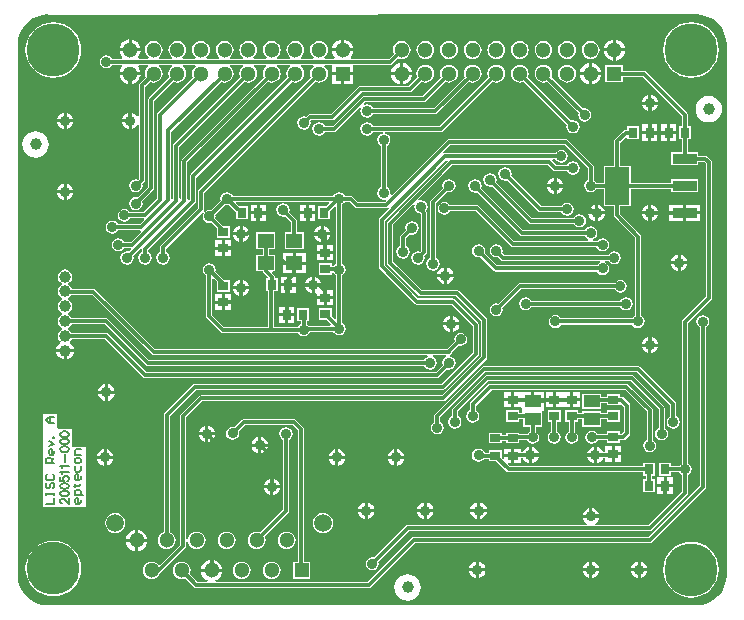
<source format=gbl>
%FSLAX43Y43*%
%MOMM*%
G71*
G01*
G75*
G04 Layer_Physical_Order=2*
G04 Layer_Color=16711680*
%ADD10C,0.305*%
%ADD11C,1.000*%
%ADD12O,0.350X2.000*%
%ADD13R,0.700X0.900*%
%ADD14R,0.900X0.800*%
%ADD15R,0.800X0.900*%
%ADD16R,0.900X0.700*%
%ADD17O,1.800X0.300*%
%ADD18O,0.300X1.800*%
%ADD19O,0.450X2.200*%
%ADD20R,1.050X2.200*%
%ADD21R,1.000X1.050*%
%ADD22C,0.127*%
%ADD23C,4.500*%
%ADD24C,1.500*%
%ADD25C,1.300*%
%ADD26R,1.300X1.300*%
%ADD27C,0.889*%
%ADD28R,1.400X1.100*%
%ADD29R,1.400X1.200*%
%ADD30R,2.100X0.900*%
%ADD31R,2.100X3.200*%
G36*
X3000Y50000D02*
X2540D01*
Y50000D01*
X2528Y50011D01*
X2042Y49963D01*
X1563Y49818D01*
X1122Y49582D01*
X735Y49265D01*
X418Y48878D01*
X182Y48437D01*
X37Y47958D01*
X-12Y47460D01*
X-0Y3500D01*
Y2540D01*
X-0D01*
X-11Y2528D01*
X37Y2042D01*
X182Y1563D01*
X418Y1122D01*
X735Y735D01*
X1122Y418D01*
X1563Y182D01*
X2042Y37D01*
X2540Y-12D01*
X57000Y0D01*
X57460D01*
Y0D01*
X57472Y-11D01*
X57958Y37D01*
X58437Y182D01*
X58878Y418D01*
X59265Y735D01*
X59582Y1122D01*
X59818Y1563D01*
X59963Y2042D01*
X60012Y2540D01*
X60000Y2770D01*
Y47000D01*
Y47460D01*
X60000D01*
X60011Y47472D01*
X59963Y47958D01*
X59818Y48437D01*
X59582Y48878D01*
X59265Y49265D01*
X58878Y49582D01*
X58437Y49818D01*
X57958Y49963D01*
X57460Y50012D01*
X3000Y50000D01*
D02*
G37*
%LPC*%
G36*
X40000Y18759D02*
X51500D01*
X51599Y18740D01*
X51633Y18717D01*
X51683Y18683D01*
X53683Y16683D01*
X53740Y16599D01*
X53759Y16500D01*
Y13984D01*
X53894Y13894D01*
X54015Y13713D01*
X54057Y13500D01*
X54015Y13287D01*
X53894Y13106D01*
X53713Y12985D01*
X53500Y12943D01*
X53287Y12985D01*
X53106Y13106D01*
X52985Y13287D01*
X52943Y13500D01*
X52985Y13713D01*
X53106Y13894D01*
X53241Y13984D01*
Y16393D01*
X51393Y18241D01*
X40107D01*
X38759Y16893D01*
Y16484D01*
X38894Y16394D01*
X39015Y16213D01*
X39057Y16000D01*
X39015Y15787D01*
X38894Y15606D01*
X38713Y15485D01*
X38500Y15443D01*
X38287Y15485D01*
X38106Y15606D01*
X37985Y15787D01*
X37943Y16000D01*
X37985Y16213D01*
X38106Y16394D01*
X38241Y16484D01*
Y17000D01*
X38260Y17099D01*
X38317Y17183D01*
X39817Y18683D01*
X39901Y18740D01*
X40000Y18759D01*
D02*
G37*
G36*
X39700Y19459D02*
X52000D01*
X52099Y19440D01*
X52183Y19383D01*
X54683Y16883D01*
X54740Y16799D01*
X54759Y16700D01*
Y14984D01*
X54894Y14894D01*
X55015Y14713D01*
X55057Y14500D01*
X55015Y14287D01*
X54894Y14106D01*
X54713Y13985D01*
X54500Y13943D01*
X54287Y13985D01*
X54106Y14106D01*
X53985Y14287D01*
X53943Y14500D01*
X53985Y14713D01*
X54106Y14894D01*
X54241Y14984D01*
Y16593D01*
X51893Y18941D01*
X39807D01*
X37259Y16393D01*
Y15984D01*
X37394Y15894D01*
X37515Y15713D01*
X37557Y15500D01*
X37515Y15287D01*
X37394Y15106D01*
X37213Y14985D01*
X37000Y14943D01*
X36787Y14985D01*
X36606Y15106D01*
X36485Y15287D01*
X36443Y15500D01*
X36485Y15713D01*
X36606Y15894D01*
X36741Y15984D01*
Y16500D01*
X36760Y16599D01*
X36783Y16633D01*
X36817Y16683D01*
X39516Y19383D01*
X39601Y19440D01*
X39700Y19459D01*
D02*
G37*
G36*
X46348Y16502D02*
X47452D01*
Y16259D01*
X47798D01*
Y16402D01*
X49402D01*
Y16259D01*
X49848D01*
Y16502D01*
X50952D01*
Y15498D01*
X49848D01*
Y15741D01*
X49402D01*
Y15098D01*
X47798D01*
Y15741D01*
X47452D01*
Y15498D01*
X47159D01*
Y14684D01*
X47294Y14594D01*
X47415Y14413D01*
X47457Y14200D01*
X47415Y13987D01*
X47294Y13806D01*
X47113Y13685D01*
X46900Y13643D01*
X46687Y13685D01*
X46506Y13806D01*
X46385Y13987D01*
X46343Y14200D01*
X46385Y14413D01*
X46506Y14594D01*
X46640Y14684D01*
Y15498D01*
X46348D01*
Y16502D01*
D02*
G37*
G36*
X42646Y18054D02*
X42731Y18054D01*
X43473D01*
Y17250D01*
X43600D01*
Y17123D01*
X44554D01*
Y16446D01*
X44511D01*
X44402Y16402D01*
X44402Y16319D01*
Y15098D01*
X43859D01*
Y14684D01*
X43994Y14594D01*
X44115Y14413D01*
X44157Y14200D01*
X44115Y13987D01*
X43994Y13806D01*
X43813Y13685D01*
X43600Y13643D01*
X43387Y13685D01*
X43206Y13806D01*
X43116Y13941D01*
X42452D01*
Y13698D01*
X41348D01*
Y13891D01*
X40952D01*
Y13698D01*
X39848D01*
Y14602D01*
X40952D01*
Y14409D01*
X41348D01*
Y14602D01*
X42452D01*
Y14459D01*
X43116D01*
X43206Y14594D01*
X43340Y14684D01*
Y15098D01*
X42798D01*
Y15741D01*
X42452D01*
Y15498D01*
X41348D01*
Y16502D01*
X42452D01*
Y16259D01*
X42696D01*
X42724Y16295D01*
X42691Y16437D01*
X42683Y16446D01*
X42646D01*
Y16636D01*
X42604Y16746D01*
X42519Y16746D01*
X42027D01*
Y17400D01*
Y18054D01*
X42519D01*
X42562Y18054D01*
X42646Y18054D01*
D02*
G37*
G36*
X39500Y20259D02*
X52500D01*
X52599Y20240D01*
X52683Y20183D01*
X55683Y17183D01*
X55740Y17099D01*
X55759Y17000D01*
Y15984D01*
X55894Y15894D01*
X56015Y15713D01*
X56057Y15500D01*
X56015Y15287D01*
X55894Y15106D01*
X55713Y14985D01*
X55500Y14943D01*
X55287Y14985D01*
X55106Y15106D01*
X54985Y15287D01*
X54943Y15500D01*
X54985Y15713D01*
X55106Y15894D01*
X55241Y15984D01*
Y16893D01*
X52393Y19741D01*
X39607D01*
X35759Y15893D01*
Y15484D01*
X35894Y15394D01*
X36015Y15213D01*
X36057Y15000D01*
X36015Y14787D01*
X35894Y14606D01*
X35713Y14485D01*
X35500Y14443D01*
X35287Y14485D01*
X35106Y14606D01*
X34985Y14787D01*
X34943Y15000D01*
X34985Y15213D01*
X35106Y15394D01*
X35241Y15484D01*
Y16000D01*
X35260Y16099D01*
X35317Y16183D01*
X39317Y20183D01*
X39401Y20240D01*
X39500Y20259D01*
D02*
G37*
G36*
X19122Y15759D02*
X23400D01*
X23499Y15740D01*
X23583Y15683D01*
X24183Y15083D01*
X24240Y14999D01*
X24259Y14900D01*
Y3682D01*
X24772D01*
Y2178D01*
X23268D01*
Y3682D01*
X23740D01*
Y14793D01*
X23293Y15241D01*
X19229D01*
X18704Y14715D01*
X18735Y14556D01*
X18693Y14343D01*
X18572Y14162D01*
X18391Y14041D01*
X18178Y13999D01*
X17965Y14041D01*
X17784Y14162D01*
X17663Y14343D01*
X17621Y14556D01*
X17663Y14769D01*
X17784Y14950D01*
X17965Y15071D01*
X18178Y15113D01*
X18337Y15082D01*
X18939Y15683D01*
X19023Y15740D01*
X19122Y15759D01*
D02*
G37*
G36*
X15873Y15188D02*
Y14627D01*
X15312D01*
X15319Y14682D01*
X15390Y14852D01*
X15502Y14998D01*
X15648Y15110D01*
X15818Y15181D01*
X15873Y15188D01*
D02*
G37*
G36*
X16127D02*
X16182Y15181D01*
X16352Y15110D01*
X16498Y14998D01*
X16610Y14852D01*
X16681Y14682D01*
X16688Y14627D01*
X16127D01*
Y15188D01*
D02*
G37*
G36*
X43727Y18054D02*
X44554D01*
Y17377D01*
X43727D01*
Y18054D01*
D02*
G37*
G36*
X6812Y17873D02*
X7373D01*
Y17312D01*
X7318Y17319D01*
X7148Y17390D01*
X7002Y17502D01*
X6890Y17648D01*
X6819Y17818D01*
X6812Y17873D01*
D02*
G37*
G36*
X45273Y18054D02*
Y17527D01*
X44696D01*
Y18054D01*
X45273D01*
D02*
G37*
G36*
X47027D02*
X47604D01*
Y17527D01*
X47027D01*
Y18054D01*
D02*
G37*
G36*
X44696Y17273D02*
X45273D01*
Y16746D01*
X44696D01*
Y17273D01*
D02*
G37*
G36*
X47027D02*
X47604D01*
Y16746D01*
X47027D01*
Y17273D01*
D02*
G37*
G36*
X7627Y17873D02*
X8188D01*
X8181Y17818D01*
X8110Y17648D01*
X7998Y17502D01*
X7852Y17390D01*
X7682Y17319D01*
X7627Y17312D01*
Y17873D01*
D02*
G37*
G36*
X41196Y17273D02*
X41773D01*
Y16746D01*
X41196D01*
Y17273D01*
D02*
G37*
G36*
X48773Y13388D02*
Y12827D01*
X48212D01*
X48219Y12882D01*
X48290Y13052D01*
X48402Y13198D01*
X48548Y13310D01*
X48718Y13381D01*
X48773Y13388D01*
D02*
G37*
G36*
X41196Y13254D02*
X41773D01*
Y12777D01*
X41196D01*
Y13254D01*
D02*
G37*
G36*
X20591Y13413D02*
X21152D01*
X21145Y13358D01*
X21074Y13188D01*
X20962Y13042D01*
X20816Y12930D01*
X20646Y12859D01*
X20591Y12852D01*
Y13413D01*
D02*
G37*
G36*
X43527Y13388D02*
X43582Y13381D01*
X43752Y13310D01*
X43898Y13198D01*
X44010Y13052D01*
X44081Y12882D01*
X44088Y12827D01*
X43527D01*
Y13388D01*
D02*
G37*
G36*
X26873Y13188D02*
Y12627D01*
X26312D01*
X26319Y12682D01*
X26390Y12852D01*
X26502Y12998D01*
X26648Y13110D01*
X26818Y13181D01*
X26873Y13188D01*
D02*
G37*
G36*
X27127D02*
X27182Y13181D01*
X27352Y13110D01*
X27498Y12998D01*
X27610Y12852D01*
X27681Y12682D01*
X27688Y12627D01*
X27127D01*
Y13188D01*
D02*
G37*
G36*
X7273D02*
Y12627D01*
X6712D01*
X6719Y12682D01*
X6790Y12852D01*
X6902Y12998D01*
X7048Y13110D01*
X7218Y13181D01*
X7273Y13188D01*
D02*
G37*
G36*
X7527D02*
X7582Y13181D01*
X7752Y13110D01*
X7898Y12998D01*
X8010Y12852D01*
X8081Y12682D01*
X8088Y12627D01*
X7527D01*
Y13188D01*
D02*
G37*
G36*
X20337Y14228D02*
Y13667D01*
X19776D01*
X19783Y13722D01*
X19854Y13892D01*
X19966Y14038D01*
X20112Y14150D01*
X20282Y14221D01*
X20337Y14228D01*
D02*
G37*
G36*
X20591D02*
X20646Y14221D01*
X20816Y14150D01*
X20962Y14038D01*
X21074Y13892D01*
X21145Y13722D01*
X21152Y13667D01*
X20591D01*
Y14228D01*
D02*
G37*
G36*
X15312Y14373D02*
X15873D01*
Y13812D01*
X15818Y13819D01*
X15648Y13890D01*
X15502Y14002D01*
X15390Y14148D01*
X15319Y14318D01*
X15312Y14373D01*
D02*
G37*
G36*
X16127D02*
X16688D01*
X16681Y14318D01*
X16610Y14148D01*
X16498Y14002D01*
X16352Y13890D01*
X16182Y13819D01*
X16127Y13812D01*
Y14373D01*
D02*
G37*
G36*
X39000Y13257D02*
X39213Y13215D01*
X39394Y13094D01*
X39515Y12913D01*
X39516Y12909D01*
X39848D01*
Y13102D01*
X40952D01*
Y12465D01*
X41079Y12338D01*
X41196Y12387D01*
Y12523D01*
X41773D01*
Y12046D01*
X41537D01*
X41488Y11929D01*
X41657Y11759D01*
X52898D01*
Y12052D01*
X53902D01*
Y10948D01*
X53659D01*
Y10652D01*
X53902D01*
Y9548D01*
X52898D01*
Y10652D01*
X53140D01*
Y10948D01*
X52898D01*
Y11241D01*
X41550D01*
X41451Y11260D01*
X41367Y11317D01*
X40485Y12198D01*
X39848D01*
Y12391D01*
X39450D01*
X39394Y12306D01*
X39213Y12185D01*
X39000Y12143D01*
X38787Y12185D01*
X38606Y12306D01*
X38485Y12487D01*
X38443Y12700D01*
X38485Y12913D01*
X38606Y13094D01*
X38787Y13215D01*
X39000Y13257D01*
D02*
G37*
G36*
X19776Y13413D02*
X20337D01*
Y12852D01*
X20282Y12859D01*
X20112Y12930D01*
X19966Y13042D01*
X19854Y13188D01*
X19783Y13358D01*
X19776Y13413D01*
D02*
G37*
G36*
X44848Y16502D02*
X45952D01*
Y15498D01*
X45659D01*
Y14684D01*
X45794Y14594D01*
X45915Y14413D01*
X45957Y14200D01*
X45915Y13987D01*
X45794Y13806D01*
X45613Y13685D01*
X45400Y13643D01*
X45187Y13685D01*
X45006Y13806D01*
X44885Y13987D01*
X44843Y14200D01*
X44885Y14413D01*
X45006Y14594D01*
X45140Y14684D01*
Y15498D01*
X44848D01*
Y16502D01*
D02*
G37*
G36*
X50527Y13454D02*
X51104D01*
Y12927D01*
X50527D01*
Y13454D01*
D02*
G37*
G36*
X41773Y18054D02*
Y17527D01*
X41196D01*
Y18054D01*
X41773D01*
D02*
G37*
G36*
X16666Y25515D02*
X17243D01*
Y24988D01*
X16666D01*
Y25515D01*
D02*
G37*
G36*
X17497D02*
X18074D01*
Y24988D01*
X17497D01*
Y25515D01*
D02*
G37*
G36*
X25302Y25899D02*
X25879D01*
Y25372D01*
X25302D01*
Y25899D01*
D02*
G37*
G36*
X26133D02*
X26710D01*
Y25372D01*
X26133D01*
Y25899D01*
D02*
G37*
G36*
X51000Y27557D02*
X51213Y27515D01*
X51394Y27394D01*
X51515Y27213D01*
X51557Y27000D01*
X51515Y26787D01*
X51394Y26606D01*
X51213Y26485D01*
X51000Y26443D01*
X50787Y26485D01*
X50606Y26606D01*
X50516Y26741D01*
X42607D01*
X41026Y25159D01*
X41057Y25000D01*
X41015Y24787D01*
X40894Y24606D01*
X40713Y24485D01*
X40500Y24443D01*
X40287Y24485D01*
X40106Y24606D01*
X39985Y24787D01*
X39943Y25000D01*
X39985Y25213D01*
X40106Y25394D01*
X40287Y25515D01*
X40500Y25557D01*
X40659Y25526D01*
X42317Y27183D01*
X42401Y27240D01*
X42500Y27259D01*
X50516D01*
X50606Y27394D01*
X50787Y27515D01*
X51000Y27557D01*
D02*
G37*
G36*
X36573Y24488D02*
Y23927D01*
X36012D01*
X36019Y23982D01*
X36090Y24152D01*
X36202Y24298D01*
X36348Y24410D01*
X36518Y24481D01*
X36573Y24488D01*
D02*
G37*
G36*
X22112Y25268D02*
X22639D01*
Y24691D01*
X22112D01*
Y25268D01*
D02*
G37*
G36*
X22893D02*
X23420D01*
Y24691D01*
X22893D01*
Y25268D01*
D02*
G37*
G36*
X18206Y26723D02*
X18767D01*
Y26162D01*
X18712Y26169D01*
X18542Y26240D01*
X18396Y26352D01*
X18284Y26498D01*
X18213Y26668D01*
X18206Y26723D01*
D02*
G37*
G36*
X19021D02*
X19582D01*
X19575Y26668D01*
X19504Y26498D01*
X19392Y26352D01*
X19246Y26240D01*
X19076Y26169D01*
X19021Y26162D01*
Y26723D01*
D02*
G37*
G36*
X22242Y26977D02*
X22769D01*
Y26400D01*
X22242D01*
Y26977D01*
D02*
G37*
G36*
X23023D02*
X23550D01*
Y26400D01*
X23023D01*
Y26977D01*
D02*
G37*
G36*
X17497Y26296D02*
X18074D01*
Y25769D01*
X17497D01*
Y26296D01*
D02*
G37*
G36*
X43000Y26057D02*
X43213Y26015D01*
X43394Y25894D01*
X43484Y25759D01*
X51016D01*
X51106Y25894D01*
X51287Y26015D01*
X51500Y26057D01*
X51713Y26015D01*
X51894Y25894D01*
X52015Y25713D01*
X52057Y25500D01*
X52015Y25287D01*
X51894Y25106D01*
X51713Y24985D01*
X51500Y24943D01*
X51287Y24985D01*
X51106Y25106D01*
X51016Y25241D01*
X43484D01*
X43394Y25106D01*
X43213Y24985D01*
X43000Y24943D01*
X42787Y24985D01*
X42606Y25106D01*
X42485Y25287D01*
X42443Y25500D01*
X42485Y25713D01*
X42606Y25894D01*
X42787Y26015D01*
X43000Y26057D01*
D02*
G37*
G36*
X26133Y26680D02*
X26710D01*
Y26153D01*
X26133D01*
Y26680D01*
D02*
G37*
G36*
X16666Y26296D02*
X17243D01*
Y25769D01*
X16666D01*
Y26296D01*
D02*
G37*
G36*
X3256Y21423D02*
X3873D01*
Y20806D01*
X3803Y20815D01*
X3620Y20891D01*
X3462Y21012D01*
X3341Y21170D01*
X3265Y21353D01*
X3256Y21423D01*
D02*
G37*
G36*
X4127D02*
X4744D01*
X4735Y21353D01*
X4659Y21170D01*
X4538Y21012D01*
X4380Y20891D01*
X4197Y20815D01*
X4127Y20806D01*
Y21423D01*
D02*
G37*
G36*
X52812Y21873D02*
X53373D01*
Y21312D01*
X53318Y21319D01*
X53148Y21390D01*
X53002Y21502D01*
X52890Y21648D01*
X52819Y21818D01*
X52812Y21873D01*
D02*
G37*
G36*
X53627D02*
X54188D01*
X54181Y21818D01*
X54110Y21648D01*
X53998Y21502D01*
X53852Y21390D01*
X53682Y21319D01*
X53627Y21312D01*
Y21873D01*
D02*
G37*
G36*
X46104Y18054D02*
X46150D01*
X46196D01*
X46231Y18054D01*
X46773D01*
Y17400D01*
Y16746D01*
X46231D01*
X46196Y16746D01*
X46150D01*
X46104D01*
X46069Y16746D01*
X45527D01*
Y17400D01*
Y18054D01*
X46069D01*
X46104Y18054D01*
D02*
G37*
G36*
X47798Y17902D02*
X49402D01*
Y17659D01*
X49848D01*
Y17902D01*
X50952D01*
Y17659D01*
X51100D01*
X51199Y17640D01*
X51283Y17583D01*
X51789Y17077D01*
X51846Y16993D01*
X51865Y16894D01*
Y14606D01*
X51846Y14507D01*
X51789Y14423D01*
X51383Y14017D01*
X51333Y13983D01*
X51299Y13960D01*
X51200Y13941D01*
X50952D01*
Y13698D01*
X49848D01*
Y13941D01*
X49084D01*
X48994Y13806D01*
X48813Y13685D01*
X48600Y13643D01*
X48387Y13685D01*
X48206Y13806D01*
X48085Y13987D01*
X48043Y14200D01*
X48085Y14413D01*
X48206Y14594D01*
X48387Y14715D01*
X48600Y14757D01*
X48813Y14715D01*
X48994Y14594D01*
X49084Y14459D01*
X49848D01*
Y14702D01*
X50952D01*
Y14459D01*
X51092D01*
X51347Y14713D01*
Y16787D01*
X51079Y17054D01*
X50952Y17001D01*
Y16898D01*
X49848D01*
Y17141D01*
X49402D01*
Y16598D01*
X47798D01*
Y17902D01*
D02*
G37*
G36*
X7373Y18688D02*
Y18127D01*
X6812D01*
X6819Y18182D01*
X6890Y18352D01*
X7002Y18498D01*
X7148Y18610D01*
X7318Y18681D01*
X7373Y18688D01*
D02*
G37*
G36*
X7627D02*
X7682Y18681D01*
X7852Y18610D01*
X7998Y18498D01*
X8110Y18352D01*
X8181Y18182D01*
X8188Y18127D01*
X7627D01*
Y18688D01*
D02*
G37*
G36*
X22893Y24437D02*
X23420D01*
Y23860D01*
X22893D01*
Y24437D01*
D02*
G37*
G36*
X36012Y23673D02*
X36573D01*
Y23112D01*
X36518Y23119D01*
X36348Y23190D01*
X36202Y23302D01*
X36090Y23448D01*
X36019Y23618D01*
X36012Y23673D01*
D02*
G37*
G36*
X36827Y24488D02*
X36882Y24481D01*
X37052Y24410D01*
X37198Y24298D01*
X37310Y24152D01*
X37381Y23982D01*
X37388Y23927D01*
X36827D01*
Y24488D01*
D02*
G37*
G36*
X22112Y24437D02*
X22639D01*
Y23860D01*
X22112D01*
Y24437D01*
D02*
G37*
G36*
X53627Y22688D02*
X53682Y22681D01*
X53852Y22610D01*
X53998Y22498D01*
X54110Y22352D01*
X54181Y22182D01*
X54188Y22127D01*
X53627D01*
Y22688D01*
D02*
G37*
G36*
X4000Y28414D02*
X4235Y28367D01*
X4434Y28234D01*
X4567Y28035D01*
X4614Y27800D01*
X4567Y27565D01*
X4434Y27366D01*
X4251Y27243D01*
X4242Y27175D01*
X4251Y27107D01*
X4434Y26984D01*
X4567Y26785D01*
X4572Y26759D01*
X6400D01*
X6499Y26740D01*
X6533Y26717D01*
X6583Y26683D01*
X11607Y21659D01*
X36300D01*
X36317Y21683D01*
X36974Y22341D01*
X36943Y22500D01*
X36985Y22713D01*
X37106Y22894D01*
X37287Y23015D01*
X37500Y23057D01*
X37713Y23015D01*
X37894Y22894D01*
X38015Y22713D01*
X38057Y22500D01*
X38015Y22287D01*
X37894Y22106D01*
X37713Y21985D01*
X37500Y21943D01*
X37341Y21974D01*
X36758Y21391D01*
X36740Y21301D01*
X36683Y21217D01*
X36607Y21165D01*
X36603Y21133D01*
X36616Y21034D01*
X36713Y21015D01*
X36894Y20894D01*
X37015Y20713D01*
X37057Y20500D01*
X37015Y20287D01*
X36894Y20106D01*
X36713Y19985D01*
X36500Y19943D01*
X36341Y19974D01*
X35683Y19317D01*
X35599Y19260D01*
X35500Y19241D01*
X10800D01*
X10701Y19260D01*
X10617Y19317D01*
X7392Y22541D01*
X4551D01*
X4434Y22366D01*
X4380Y22330D01*
X4402Y22192D01*
X4538Y22088D01*
X4659Y21930D01*
X4735Y21747D01*
X4744Y21677D01*
X3256D01*
X3265Y21747D01*
X3341Y21930D01*
X3462Y22088D01*
X3598Y22192D01*
X3620Y22330D01*
X3566Y22366D01*
X3433Y22565D01*
X3386Y22800D01*
X3433Y23035D01*
X3566Y23234D01*
X3749Y23357D01*
X3758Y23425D01*
X3749Y23493D01*
X3566Y23616D01*
X3433Y23815D01*
X3386Y24050D01*
X3433Y24285D01*
X3566Y24484D01*
X3749Y24607D01*
X3758Y24675D01*
X3749Y24743D01*
X3566Y24866D01*
X3433Y25065D01*
X3386Y25300D01*
X3433Y25535D01*
X3566Y25734D01*
X3749Y25857D01*
X3758Y25925D01*
X3749Y25993D01*
X3566Y26116D01*
X3433Y26315D01*
X3386Y26550D01*
X3433Y26785D01*
X3566Y26984D01*
X3749Y27107D01*
X3758Y27175D01*
X3749Y27243D01*
X3566Y27366D01*
X3433Y27565D01*
X3386Y27800D01*
X3433Y28035D01*
X3566Y28234D01*
X3765Y28367D01*
X4000Y28414D01*
D02*
G37*
G36*
X36827Y23673D02*
X37388D01*
X37381Y23618D01*
X37310Y23448D01*
X37198Y23302D01*
X37052Y23190D01*
X36882Y23119D01*
X36827Y23112D01*
Y23673D01*
D02*
G37*
G36*
X53373Y22688D02*
Y22127D01*
X52812D01*
X52819Y22182D01*
X52890Y22352D01*
X53002Y22498D01*
X53148Y22610D01*
X53318Y22681D01*
X53373Y22688D01*
D02*
G37*
G36*
X9155Y5343D02*
X9923D01*
Y4575D01*
X9814Y4589D01*
X9594Y4680D01*
X9405Y4825D01*
X9260Y5014D01*
X9169Y5234D01*
X9155Y5343D01*
D02*
G37*
G36*
X10177D02*
X10945D01*
X10931Y5234D01*
X10840Y5014D01*
X10695Y4825D01*
X10506Y4680D01*
X10286Y4589D01*
X10177Y4575D01*
Y5343D01*
D02*
G37*
G36*
X22700Y15057D02*
X22913Y15015D01*
X23094Y14894D01*
X23215Y14713D01*
X23257Y14500D01*
X23215Y14287D01*
X23094Y14106D01*
X22959Y14016D01*
Y7960D01*
X22940Y7861D01*
X22883Y7777D01*
X20893Y5786D01*
X20943Y5666D01*
X20968Y5470D01*
X20943Y5274D01*
X20867Y5091D01*
X20746Y4934D01*
X20589Y4813D01*
X20406Y4737D01*
X20210Y4712D01*
X20014Y4737D01*
X19831Y4813D01*
X19674Y4934D01*
X19553Y5091D01*
X19477Y5274D01*
X19451Y5470D01*
X19477Y5666D01*
X19553Y5849D01*
X19674Y6006D01*
X19831Y6127D01*
X20014Y6203D01*
X20210Y6228D01*
X20406Y6203D01*
X20526Y6153D01*
X22441Y8067D01*
Y14016D01*
X22306Y14106D01*
X22185Y14287D01*
X22143Y14500D01*
X22185Y14713D01*
X22306Y14894D01*
X22487Y15015D01*
X22700Y15057D01*
D02*
G37*
G36*
X22750Y6228D02*
X22946Y6203D01*
X23129Y6127D01*
X23286Y6006D01*
X23407Y5849D01*
X23483Y5666D01*
X23508Y5470D01*
X23483Y5274D01*
X23407Y5091D01*
X23286Y4934D01*
X23129Y4813D01*
X22946Y4737D01*
X22750Y4712D01*
X22554Y4737D01*
X22371Y4813D01*
X22214Y4934D01*
X22093Y5091D01*
X22017Y5274D01*
X21992Y5470D01*
X22017Y5666D01*
X22093Y5849D01*
X22214Y6006D01*
X22371Y6127D01*
X22554Y6203D01*
X22750Y6228D01*
D02*
G37*
G36*
X48373Y3688D02*
Y3127D01*
X47812D01*
X47819Y3182D01*
X47890Y3352D01*
X48002Y3498D01*
X48148Y3610D01*
X48318Y3681D01*
X48373Y3688D01*
D02*
G37*
G36*
X48627D02*
X48682Y3681D01*
X48852Y3610D01*
X48998Y3498D01*
X49110Y3352D01*
X49181Y3182D01*
X49188Y3127D01*
X48627D01*
Y3688D01*
D02*
G37*
G36*
X38773D02*
Y3127D01*
X38212D01*
X38219Y3182D01*
X38290Y3352D01*
X38402Y3498D01*
X38548Y3610D01*
X38718Y3681D01*
X38773Y3688D01*
D02*
G37*
G36*
X39027D02*
X39082Y3681D01*
X39252Y3610D01*
X39398Y3498D01*
X39510Y3352D01*
X39581Y3182D01*
X39588Y3127D01*
X39027D01*
Y3688D01*
D02*
G37*
G36*
X39127Y7873D02*
X39688D01*
X39681Y7818D01*
X39610Y7648D01*
X39498Y7502D01*
X39352Y7390D01*
X39182Y7319D01*
X39127Y7312D01*
Y7873D01*
D02*
G37*
G36*
X8250Y7809D02*
X8472Y7780D01*
X8680Y7694D01*
X8858Y7558D01*
X8994Y7380D01*
X9080Y7172D01*
X9109Y6950D01*
X9080Y6728D01*
X8994Y6520D01*
X8858Y6342D01*
X8680Y6206D01*
X8472Y6120D01*
X8250Y6091D01*
X8028Y6120D01*
X7820Y6206D01*
X7642Y6342D01*
X7506Y6520D01*
X7420Y6728D01*
X7391Y6950D01*
X7420Y7172D01*
X7506Y7380D01*
X7642Y7558D01*
X7820Y7694D01*
X8028Y7780D01*
X8250Y7809D01*
D02*
G37*
G36*
X34627Y7873D02*
X35188D01*
X35181Y7818D01*
X35110Y7648D01*
X34998Y7502D01*
X34852Y7390D01*
X34682Y7319D01*
X34627Y7312D01*
Y7873D01*
D02*
G37*
G36*
X38312D02*
X38873D01*
Y7312D01*
X38818Y7319D01*
X38648Y7390D01*
X38502Y7502D01*
X38390Y7648D01*
X38319Y7818D01*
X38312Y7873D01*
D02*
G37*
G36*
X10177Y6365D02*
X10286Y6351D01*
X10506Y6260D01*
X10695Y6115D01*
X10840Y5926D01*
X10931Y5706D01*
X10945Y5597D01*
X10177D01*
Y6365D01*
D02*
G37*
G36*
X17670Y6228D02*
X17866Y6203D01*
X18049Y6127D01*
X18206Y6006D01*
X18327Y5849D01*
X18403Y5666D01*
X18428Y5470D01*
X18403Y5274D01*
X18327Y5091D01*
X18206Y4934D01*
X18049Y4813D01*
X17866Y4737D01*
X17670Y4712D01*
X17474Y4737D01*
X17291Y4813D01*
X17134Y4934D01*
X17013Y5091D01*
X16937Y5274D01*
X16912Y5470D01*
X16937Y5666D01*
X17013Y5849D01*
X17134Y6006D01*
X17291Y6127D01*
X17474Y6203D01*
X17670Y6228D01*
D02*
G37*
G36*
X25820Y7809D02*
X26042Y7780D01*
X26250Y7694D01*
X26428Y7558D01*
X26564Y7380D01*
X26650Y7172D01*
X26679Y6950D01*
X26650Y6728D01*
X26564Y6520D01*
X26428Y6342D01*
X26250Y6206D01*
X26042Y6120D01*
X25820Y6091D01*
X25598Y6120D01*
X25390Y6206D01*
X25212Y6342D01*
X25076Y6520D01*
X24990Y6728D01*
X24961Y6950D01*
X24990Y7172D01*
X25076Y7380D01*
X25212Y7558D01*
X25390Y7694D01*
X25598Y7780D01*
X25820Y7809D01*
D02*
G37*
G36*
X9923Y6365D02*
Y5597D01*
X9155D01*
X9169Y5706D01*
X9260Y5926D01*
X9405Y6115D01*
X9594Y6260D01*
X9814Y6351D01*
X9923Y6365D01*
D02*
G37*
G36*
X58000Y24557D02*
X58213Y24515D01*
X58394Y24394D01*
X58515Y24213D01*
X58557Y24000D01*
X58515Y23787D01*
X58394Y23606D01*
X58259Y23516D01*
Y10000D01*
X58240Y9901D01*
X58183Y9817D01*
X53683Y5317D01*
X53599Y5260D01*
X53500Y5241D01*
X33607D01*
X29883Y1517D01*
X29833Y1483D01*
X29799Y1460D01*
X29700Y1441D01*
X15090D01*
X14991Y1460D01*
X14907Y1517D01*
X14176Y2247D01*
X14056Y2197D01*
X13860Y2172D01*
X13664Y2197D01*
X13481Y2273D01*
X13324Y2394D01*
X13203Y2551D01*
X13127Y2734D01*
X13101Y2930D01*
X13127Y3126D01*
X13203Y3309D01*
X13324Y3466D01*
X13481Y3587D01*
X13664Y3663D01*
X13860Y3688D01*
X14056Y3663D01*
X14239Y3587D01*
X14396Y3466D01*
X14517Y3309D01*
X14593Y3126D01*
X14618Y2930D01*
X14593Y2734D01*
X14543Y2614D01*
X15197Y1959D01*
X16049D01*
X16074Y2086D01*
X15944Y2140D01*
X15755Y2285D01*
X15610Y2474D01*
X15519Y2694D01*
X15505Y2803D01*
X17295D01*
X17281Y2694D01*
X17190Y2474D01*
X17045Y2285D01*
X16856Y2140D01*
X16726Y2086D01*
X16751Y1959D01*
X29593D01*
X33317Y5683D01*
X33401Y5740D01*
X33500Y5759D01*
X53393D01*
X57741Y10107D01*
Y23516D01*
X57606Y23606D01*
X57485Y23787D01*
X57443Y24000D01*
X57485Y24213D01*
X57606Y24394D01*
X57787Y24515D01*
X58000Y24557D01*
D02*
G37*
G36*
X18940Y3688D02*
X19136Y3663D01*
X19319Y3587D01*
X19476Y3466D01*
X19597Y3309D01*
X19673Y3126D01*
X19698Y2930D01*
X19673Y2734D01*
X19597Y2551D01*
X19476Y2394D01*
X19319Y2273D01*
X19136Y2197D01*
X18940Y2172D01*
X18744Y2197D01*
X18561Y2273D01*
X18404Y2394D01*
X18283Y2551D01*
X18207Y2734D01*
X18181Y2930D01*
X18207Y3126D01*
X18283Y3309D01*
X18404Y3466D01*
X18561Y3587D01*
X18744Y3663D01*
X18940Y3688D01*
D02*
G37*
G36*
X51912Y2873D02*
X52473D01*
Y2312D01*
X52418Y2319D01*
X52248Y2390D01*
X52102Y2502D01*
X51990Y2648D01*
X51919Y2818D01*
X51912Y2873D01*
D02*
G37*
G36*
X52727D02*
X53288D01*
X53281Y2818D01*
X53210Y2648D01*
X53098Y2502D01*
X52952Y2390D01*
X52782Y2319D01*
X52727Y2312D01*
Y2873D01*
D02*
G37*
G36*
X57000Y5363D02*
X57461Y5318D01*
X57904Y5183D01*
X58313Y4965D01*
X58671Y4671D01*
X58965Y4313D01*
X59183Y3904D01*
X59318Y3461D01*
X59363Y3000D01*
X59318Y2539D01*
X59183Y2096D01*
X58965Y1687D01*
X58671Y1329D01*
X58313Y1035D01*
X57904Y817D01*
X57461Y682D01*
X57000Y637D01*
X56539Y682D01*
X56096Y817D01*
X55687Y1035D01*
X55329Y1329D01*
X55035Y1687D01*
X54817Y2096D01*
X54682Y2539D01*
X54637Y3000D01*
X54682Y3461D01*
X54817Y3904D01*
X55035Y4313D01*
X55329Y4671D01*
X55687Y4965D01*
X56096Y5183D01*
X56539Y5318D01*
X57000Y5363D01*
D02*
G37*
G36*
X33000Y2624D02*
X33291Y2586D01*
X33562Y2474D01*
X33795Y2295D01*
X33973Y2062D01*
X34086Y1791D01*
X34124Y1500D01*
X34086Y1209D01*
X33973Y938D01*
X33795Y705D01*
X33562Y526D01*
X33291Y414D01*
X33000Y376D01*
X32709Y414D01*
X32438Y526D01*
X32205Y705D01*
X32026Y938D01*
X31914Y1209D01*
X31876Y1500D01*
X31914Y1791D01*
X32026Y2062D01*
X32205Y2295D01*
X32438Y2474D01*
X32709Y2586D01*
X33000Y2624D01*
D02*
G37*
G36*
X21480Y3688D02*
X21676Y3663D01*
X21859Y3587D01*
X22016Y3466D01*
X22137Y3309D01*
X22213Y3126D01*
X22238Y2930D01*
X22213Y2734D01*
X22137Y2551D01*
X22016Y2394D01*
X21859Y2273D01*
X21676Y2197D01*
X21480Y2172D01*
X21284Y2197D01*
X21101Y2273D01*
X20944Y2394D01*
X20823Y2551D01*
X20747Y2734D01*
X20722Y2930D01*
X20747Y3126D01*
X20823Y3309D01*
X20944Y3466D01*
X21101Y3587D01*
X21284Y3663D01*
X21480Y3688D01*
D02*
G37*
G36*
X3000Y5463D02*
X3461Y5418D01*
X3904Y5283D01*
X4313Y5065D01*
X4671Y4771D01*
X4965Y4413D01*
X5183Y4004D01*
X5318Y3561D01*
X5363Y3100D01*
X5318Y2639D01*
X5183Y2196D01*
X4965Y1787D01*
X4671Y1429D01*
X4313Y1135D01*
X3904Y917D01*
X3461Y782D01*
X3000Y737D01*
X2539Y782D01*
X2096Y917D01*
X1687Y1135D01*
X1329Y1429D01*
X1035Y1787D01*
X817Y2196D01*
X682Y2639D01*
X637Y3100D01*
X682Y3561D01*
X817Y4004D01*
X1035Y4413D01*
X1329Y4771D01*
X1687Y5065D01*
X2096Y5283D01*
X2539Y5418D01*
X3000Y5463D01*
D02*
G37*
G36*
X16273Y3825D02*
Y3057D01*
X15505D01*
X15519Y3166D01*
X15610Y3386D01*
X15755Y3575D01*
X15944Y3720D01*
X16164Y3811D01*
X16273Y3825D01*
D02*
G37*
G36*
X16527D02*
X16636Y3811D01*
X16856Y3720D01*
X17045Y3575D01*
X17190Y3386D01*
X17281Y3166D01*
X17295Y3057D01*
X16527D01*
Y3825D01*
D02*
G37*
G36*
X52473Y3688D02*
Y3127D01*
X51912D01*
X51919Y3182D01*
X51990Y3352D01*
X52102Y3498D01*
X52248Y3610D01*
X52418Y3681D01*
X52473Y3688D01*
D02*
G37*
G36*
X52727D02*
X52782Y3681D01*
X52952Y3610D01*
X53098Y3498D01*
X53210Y3352D01*
X53281Y3182D01*
X53288Y3127D01*
X52727D01*
Y3688D01*
D02*
G37*
G36*
X47812Y2873D02*
X48373D01*
Y2312D01*
X48318Y2319D01*
X48148Y2390D01*
X48002Y2502D01*
X47890Y2648D01*
X47819Y2818D01*
X47812Y2873D01*
D02*
G37*
G36*
X48627D02*
X49188D01*
X49181Y2818D01*
X49110Y2648D01*
X48998Y2502D01*
X48852Y2390D01*
X48682Y2319D01*
X48627Y2312D01*
Y2873D01*
D02*
G37*
G36*
X38212D02*
X38773D01*
Y2312D01*
X38718Y2319D01*
X38548Y2390D01*
X38402Y2502D01*
X38290Y2648D01*
X38219Y2818D01*
X38212Y2873D01*
D02*
G37*
G36*
X39027D02*
X39588D01*
X39581Y2818D01*
X39510Y2648D01*
X39398Y2502D01*
X39252Y2390D01*
X39082Y2319D01*
X39027Y2312D01*
Y2873D01*
D02*
G37*
G36*
X33812Y7873D02*
X34373D01*
Y7312D01*
X34318Y7319D01*
X34148Y7390D01*
X34002Y7502D01*
X33890Y7648D01*
X33819Y7818D01*
X33812Y7873D01*
D02*
G37*
G36*
X27127Y12373D02*
X27688D01*
X27681Y12318D01*
X27610Y12148D01*
X27498Y12002D01*
X27352Y11890D01*
X27182Y11819D01*
X27127Y11812D01*
Y12373D01*
D02*
G37*
G36*
X31312D02*
X31873D01*
Y11812D01*
X31818Y11819D01*
X31648Y11890D01*
X31502Y12002D01*
X31390Y12148D01*
X31319Y12318D01*
X31312Y12373D01*
D02*
G37*
G36*
X7527D02*
X8088D01*
X8081Y12318D01*
X8010Y12148D01*
X7898Y12002D01*
X7752Y11890D01*
X7582Y11819D01*
X7527Y11812D01*
Y12373D01*
D02*
G37*
G36*
X26312D02*
X26873D01*
Y11812D01*
X26818Y11819D01*
X26648Y11890D01*
X26502Y12002D01*
X26390Y12148D01*
X26319Y12318D01*
X26312Y12373D01*
D02*
G37*
G36*
X54927Y10804D02*
X55454D01*
Y10227D01*
X54927D01*
Y10804D01*
D02*
G37*
G36*
X21373Y10688D02*
Y10127D01*
X20812D01*
X20819Y10182D01*
X20890Y10352D01*
X21002Y10498D01*
X21148Y10610D01*
X21318Y10681D01*
X21373Y10688D01*
D02*
G37*
G36*
X32127Y12373D02*
X32688D01*
X32681Y12318D01*
X32610Y12148D01*
X32498Y12002D01*
X32352Y11890D01*
X32182Y11819D01*
X32127Y11812D01*
Y12373D01*
D02*
G37*
G36*
X54146Y10804D02*
X54673D01*
Y10227D01*
X54146D01*
Y10804D01*
D02*
G37*
G36*
X50527Y12673D02*
X51104D01*
Y12146D01*
X50527D01*
Y12673D01*
D02*
G37*
G36*
X43273Y13388D02*
Y12700D01*
Y12012D01*
X43218Y12019D01*
X43048Y12090D01*
X42902Y12202D01*
X42790Y12348D01*
X42731Y12490D01*
X42604Y12465D01*
Y12046D01*
X42027D01*
Y12650D01*
Y13254D01*
X42604D01*
Y12935D01*
X42731Y12910D01*
X42790Y13052D01*
X42902Y13198D01*
X43048Y13310D01*
X43218Y13381D01*
X43273Y13388D01*
D02*
G37*
G36*
X31873Y13188D02*
Y12627D01*
X31312D01*
X31319Y12682D01*
X31390Y12852D01*
X31502Y12998D01*
X31648Y13110D01*
X31818Y13181D01*
X31873Y13188D01*
D02*
G37*
G36*
X32127D02*
X32182Y13181D01*
X32352Y13110D01*
X32498Y12998D01*
X32610Y12852D01*
X32681Y12682D01*
X32688Y12627D01*
X32127D01*
Y13188D01*
D02*
G37*
G36*
X49696Y13454D02*
X50273D01*
Y12800D01*
Y12146D01*
X49696D01*
Y12465D01*
X49569Y12490D01*
X49510Y12348D01*
X49398Y12202D01*
X49252Y12090D01*
X49082Y12019D01*
X49027Y12012D01*
Y12700D01*
Y13388D01*
X49082Y13381D01*
X49252Y13310D01*
X49398Y13198D01*
X49510Y13052D01*
X49569Y12910D01*
X49696Y12935D01*
Y13454D01*
D02*
G37*
G36*
X6712Y12373D02*
X7273D01*
Y11812D01*
X7218Y11819D01*
X7048Y11890D01*
X6902Y12002D01*
X6790Y12148D01*
X6719Y12318D01*
X6712Y12373D01*
D02*
G37*
G36*
X43527Y12573D02*
X44088D01*
X44081Y12518D01*
X44010Y12348D01*
X43898Y12202D01*
X43752Y12090D01*
X43582Y12019D01*
X43527Y12012D01*
Y12573D01*
D02*
G37*
G36*
X48212D02*
X48773D01*
Y12012D01*
X48718Y12019D01*
X48548Y12090D01*
X48402Y12202D01*
X48290Y12348D01*
X48219Y12518D01*
X48212Y12573D01*
D02*
G37*
G36*
X38873Y8688D02*
Y8127D01*
X38312D01*
X38319Y8182D01*
X38390Y8352D01*
X38502Y8498D01*
X38648Y8610D01*
X38818Y8681D01*
X38873Y8688D01*
D02*
G37*
G36*
X39127D02*
X39182Y8681D01*
X39352Y8610D01*
X39498Y8498D01*
X39610Y8352D01*
X39681Y8182D01*
X39688Y8127D01*
X39127D01*
Y8688D01*
D02*
G37*
G36*
X34373D02*
Y8127D01*
X33812D01*
X33819Y8182D01*
X33890Y8352D01*
X34002Y8498D01*
X34148Y8610D01*
X34318Y8681D01*
X34373Y8688D01*
D02*
G37*
G36*
X34627D02*
X34682Y8681D01*
X34852Y8610D01*
X34998Y8498D01*
X35110Y8352D01*
X35181Y8182D01*
X35188Y8127D01*
X34627D01*
Y8688D01*
D02*
G37*
G36*
X28812Y7873D02*
X29373D01*
Y7312D01*
X29318Y7319D01*
X29148Y7390D01*
X29002Y7502D01*
X28890Y7648D01*
X28819Y7818D01*
X28812Y7873D01*
D02*
G37*
G36*
X29627D02*
X30188D01*
X30181Y7818D01*
X30110Y7648D01*
X29998Y7502D01*
X29852Y7390D01*
X29682Y7319D01*
X29627Y7312D01*
Y7873D01*
D02*
G37*
G36*
X48373Y8188D02*
Y7627D01*
X47812D01*
X47819Y7682D01*
X47890Y7852D01*
X48002Y7998D01*
X48148Y8110D01*
X48318Y8181D01*
X48373Y8188D01*
D02*
G37*
G36*
X48627D02*
X48682Y8181D01*
X48852Y8110D01*
X48998Y7998D01*
X49110Y7852D01*
X49181Y7682D01*
X49188Y7627D01*
X48627D01*
Y8188D01*
D02*
G37*
G36*
X54927Y9973D02*
X55454D01*
Y9396D01*
X54927D01*
Y9973D01*
D02*
G37*
G36*
X20812Y9873D02*
X21373D01*
Y9312D01*
X21318Y9319D01*
X21148Y9390D01*
X21002Y9502D01*
X20890Y9648D01*
X20819Y9818D01*
X20812Y9873D01*
D02*
G37*
G36*
X21627Y10688D02*
X21682Y10681D01*
X21852Y10610D01*
X21998Y10498D01*
X22110Y10352D01*
X22181Y10182D01*
X22188Y10127D01*
X21627D01*
Y10688D01*
D02*
G37*
G36*
X54146Y9973D02*
X54673D01*
Y9396D01*
X54146D01*
Y9973D01*
D02*
G37*
G36*
X29373Y8688D02*
Y8127D01*
X28812D01*
X28819Y8182D01*
X28890Y8352D01*
X29002Y8498D01*
X29148Y8610D01*
X29318Y8681D01*
X29373Y8688D01*
D02*
G37*
G36*
X29627D02*
X29682Y8681D01*
X29852Y8610D01*
X29998Y8498D01*
X30110Y8352D01*
X30181Y8182D01*
X30188Y8127D01*
X29627D01*
Y8688D01*
D02*
G37*
G36*
X21627Y9873D02*
X22188D01*
X22181Y9818D01*
X22110Y9648D01*
X21998Y9502D01*
X21852Y9390D01*
X21682Y9319D01*
X21627Y9312D01*
Y9873D01*
D02*
G37*
G36*
X2154Y16150D02*
X3323D01*
Y15045D01*
X3373Y14939D01*
X3450Y14939D01*
X4542D01*
Y13425D01*
X5769D01*
Y8346D01*
X3450D01*
X3373Y8346D01*
X3293Y8346D01*
X3246Y8346D01*
X2154D01*
Y16150D01*
D02*
G37*
G36*
X34500Y45758D02*
X34696Y45733D01*
X34879Y45657D01*
X35036Y45536D01*
X35157Y45379D01*
X35233Y45196D01*
X35258Y45000D01*
X35233Y44804D01*
X35157Y44621D01*
X35036Y44464D01*
X34879Y44343D01*
X34696Y44267D01*
X34500Y44242D01*
X34304Y44267D01*
X34184Y44317D01*
X33383Y43517D01*
X33299Y43460D01*
X33200Y43441D01*
X29107D01*
X26811Y41145D01*
X26727Y41088D01*
X26628Y41069D01*
X24843D01*
X24754Y40979D01*
X24785Y40820D01*
X24743Y40607D01*
X24622Y40426D01*
X24441Y40305D01*
X24228Y40263D01*
X24015Y40305D01*
X23834Y40426D01*
X23713Y40607D01*
X23671Y40820D01*
X23713Y41033D01*
X23834Y41214D01*
X24015Y41335D01*
X24228Y41377D01*
X24387Y41346D01*
X24552Y41511D01*
X24637Y41568D01*
X24736Y41587D01*
X26521D01*
X28816Y43883D01*
X28901Y43940D01*
X29000Y43959D01*
X33092D01*
X33817Y44684D01*
X33767Y44804D01*
X33742Y45000D01*
X33767Y45196D01*
X33843Y45379D01*
X33964Y45536D01*
X34121Y45657D01*
X34304Y45733D01*
X34500Y45758D01*
D02*
G37*
G36*
X54446Y40704D02*
X54973D01*
Y40127D01*
X54446D01*
Y40704D01*
D02*
G37*
G36*
X4127Y40873D02*
X4688D01*
X4681Y40818D01*
X4610Y40648D01*
X4498Y40502D01*
X4352Y40390D01*
X4182Y40319D01*
X4127Y40312D01*
Y40873D01*
D02*
G37*
G36*
X8812D02*
X9373D01*
Y40312D01*
X9318Y40319D01*
X9148Y40390D01*
X9002Y40502D01*
X8890Y40648D01*
X8819Y40818D01*
X8812Y40873D01*
D02*
G37*
G36*
X53627Y40704D02*
X54154D01*
Y40127D01*
X53627D01*
Y40704D01*
D02*
G37*
G36*
X54446Y39873D02*
X54973D01*
Y39296D01*
X54446D01*
Y39873D01*
D02*
G37*
G36*
X55227Y40704D02*
X55754D01*
Y40127D01*
X55227D01*
Y40704D01*
D02*
G37*
G36*
X52846Y40704D02*
X53373D01*
Y40127D01*
X52846D01*
Y40704D01*
D02*
G37*
G36*
X53627Y42373D02*
X54188D01*
X54181Y42318D01*
X54110Y42148D01*
X53998Y42002D01*
X53852Y41890D01*
X53682Y41819D01*
X53627Y41812D01*
Y42373D01*
D02*
G37*
G36*
X3873Y41688D02*
Y41127D01*
X3312D01*
X3319Y41182D01*
X3390Y41352D01*
X3502Y41498D01*
X3648Y41610D01*
X3818Y41681D01*
X3873Y41688D01*
D02*
G37*
G36*
X36500Y45758D02*
X36696Y45733D01*
X36879Y45657D01*
X37036Y45536D01*
X37157Y45379D01*
X37233Y45196D01*
X37258Y45000D01*
X37233Y44804D01*
X37157Y44621D01*
X37036Y44464D01*
X36879Y44343D01*
X36696Y44267D01*
X36500Y44242D01*
X36304Y44267D01*
X36184Y44317D01*
X34535Y42669D01*
X34451Y42612D01*
X34352Y42593D01*
X29415D01*
X29285Y42462D01*
X29346Y42357D01*
X29354Y42352D01*
X29562Y42393D01*
X29775Y42351D01*
X29956Y42230D01*
X30046Y42095D01*
X35229D01*
X37817Y44684D01*
X37767Y44804D01*
X37742Y45000D01*
X37767Y45196D01*
X37843Y45379D01*
X37964Y45536D01*
X38121Y45657D01*
X38304Y45733D01*
X38500Y45758D01*
X38696Y45733D01*
X38879Y45657D01*
X39036Y45536D01*
X39157Y45379D01*
X39233Y45196D01*
X39258Y45000D01*
X39233Y44804D01*
X39157Y44621D01*
X39036Y44464D01*
X38879Y44343D01*
X38696Y44267D01*
X38500Y44242D01*
X38304Y44267D01*
X38184Y44317D01*
X35519Y41653D01*
X35435Y41596D01*
X35336Y41577D01*
X30046D01*
X29956Y41442D01*
X29775Y41321D01*
X29562Y41279D01*
X29349Y41321D01*
X29168Y41442D01*
X29047Y41623D01*
X29005Y41836D01*
X29046Y42043D01*
X29041Y42052D01*
X28936Y42113D01*
X26951Y40129D01*
X26867Y40072D01*
X26768Y40053D01*
X25982D01*
X25892Y39918D01*
X25711Y39797D01*
X25498Y39755D01*
X25285Y39797D01*
X25104Y39918D01*
X24983Y40099D01*
X24941Y40312D01*
X24983Y40525D01*
X25104Y40706D01*
X25285Y40827D01*
X25498Y40869D01*
X25711Y40827D01*
X25892Y40706D01*
X25982Y40571D01*
X26660D01*
X29125Y43035D01*
X29209Y43092D01*
X29308Y43111D01*
X34244D01*
X35817Y44684D01*
X35767Y44804D01*
X35742Y45000D01*
X35767Y45196D01*
X35843Y45379D01*
X35964Y45536D01*
X36121Y45657D01*
X36304Y45733D01*
X36500Y45758D01*
D02*
G37*
G36*
X52812Y42373D02*
X53373D01*
Y41812D01*
X53318Y41819D01*
X53148Y41890D01*
X53002Y42002D01*
X52890Y42148D01*
X52819Y42318D01*
X52812Y42373D01*
D02*
G37*
G36*
X58500Y43124D02*
X58791Y43086D01*
X59062Y42974D01*
X59295Y42795D01*
X59473Y42562D01*
X59586Y42291D01*
X59624Y42000D01*
X59586Y41709D01*
X59473Y41438D01*
X59295Y41205D01*
X59062Y41026D01*
X58791Y40914D01*
X58500Y40876D01*
X58209Y40914D01*
X57938Y41026D01*
X57705Y41205D01*
X57526Y41438D01*
X57414Y41709D01*
X57376Y42000D01*
X57414Y42291D01*
X57526Y42562D01*
X57705Y42795D01*
X57938Y42974D01*
X58209Y43086D01*
X58500Y43124D01*
D02*
G37*
G36*
X3312Y40873D02*
X3873D01*
Y40312D01*
X3818Y40319D01*
X3648Y40390D01*
X3502Y40502D01*
X3390Y40648D01*
X3319Y40818D01*
X3312Y40873D01*
D02*
G37*
G36*
X4127Y41688D02*
X4182Y41681D01*
X4352Y41610D01*
X4498Y41498D01*
X4610Y41352D01*
X4681Y41182D01*
X4688Y41127D01*
X4127D01*
Y41688D01*
D02*
G37*
G36*
X9373D02*
Y41127D01*
X8812D01*
X8819Y41182D01*
X8890Y41352D01*
X9002Y41498D01*
X9148Y41610D01*
X9318Y41681D01*
X9373Y41688D01*
D02*
G37*
G36*
X38706Y36043D02*
X38919Y36001D01*
X39100Y35880D01*
X39221Y35699D01*
X39263Y35486D01*
X39232Y35327D01*
X42799Y31759D01*
X48016D01*
X48106Y31894D01*
X48287Y32015D01*
X48500Y32057D01*
X48713Y32015D01*
X48894Y31894D01*
X49015Y31713D01*
X49057Y31500D01*
X49015Y31287D01*
X48894Y31106D01*
X48713Y30985D01*
X48705Y30983D01*
X48717Y30856D01*
X49081D01*
X49106Y30894D01*
X49287Y31015D01*
X49500Y31057D01*
X49713Y31015D01*
X49894Y30894D01*
X50015Y30713D01*
X50057Y30500D01*
X50015Y30287D01*
X49894Y30106D01*
X49713Y29985D01*
X49500Y29943D01*
X49287Y29985D01*
X49106Y30106D01*
X48985Y30287D01*
X48975Y30338D01*
X41903D01*
X41804Y30357D01*
X41720Y30414D01*
X38793Y33341D01*
X36584D01*
X36494Y33206D01*
X36313Y33085D01*
X36100Y33043D01*
X35887Y33085D01*
X35706Y33206D01*
X35585Y33387D01*
X35543Y33600D01*
X35585Y33813D01*
X35706Y33994D01*
X35887Y34115D01*
X36100Y34157D01*
X36313Y34115D01*
X36494Y33994D01*
X36584Y33859D01*
X38900D01*
X38999Y33840D01*
X39083Y33783D01*
X42010Y30856D01*
X48283D01*
X48295Y30983D01*
X48287Y30985D01*
X48106Y31106D01*
X48016Y31241D01*
X42692D01*
X42593Y31260D01*
X42508Y31317D01*
X38865Y34960D01*
X38706Y34929D01*
X38493Y34971D01*
X38312Y35092D01*
X38191Y35273D01*
X38149Y35486D01*
X38191Y35699D01*
X38312Y35880D01*
X38493Y36001D01*
X38706Y36043D01*
D02*
G37*
G36*
X44812Y35373D02*
X45373D01*
Y34812D01*
X45318Y34819D01*
X45148Y34890D01*
X45002Y35002D01*
X44890Y35148D01*
X44819Y35318D01*
X44812Y35373D01*
D02*
G37*
G36*
X3873Y35688D02*
Y35127D01*
X3312D01*
X3319Y35182D01*
X3390Y35352D01*
X3502Y35498D01*
X3648Y35610D01*
X3818Y35681D01*
X3873Y35688D01*
D02*
G37*
G36*
X4127D02*
X4182Y35681D01*
X4352Y35610D01*
X4498Y35498D01*
X4610Y35352D01*
X4681Y35182D01*
X4688Y35127D01*
X4127D01*
Y35688D01*
D02*
G37*
G36*
X50627Y47895D02*
X50736Y47881D01*
X50956Y47790D01*
X51145Y47645D01*
X51290Y47456D01*
X51381Y47236D01*
X51395Y47127D01*
X50627D01*
Y47895D01*
D02*
G37*
G36*
X3312Y34873D02*
X3873D01*
Y34312D01*
X3818Y34319D01*
X3648Y34390D01*
X3502Y34502D01*
X3390Y34648D01*
X3319Y34818D01*
X3312Y34873D01*
D02*
G37*
G36*
X45627Y35373D02*
X46188D01*
X46181Y35318D01*
X46110Y35148D01*
X45998Y35002D01*
X45852Y34890D01*
X45682Y34819D01*
X45627Y34812D01*
Y35373D01*
D02*
G37*
G36*
X9373Y47895D02*
Y47127D01*
X8605D01*
X8619Y47236D01*
X8710Y47456D01*
X8855Y47645D01*
X9044Y47790D01*
X9264Y47881D01*
X9373Y47895D01*
D02*
G37*
G36*
X53627Y39873D02*
X54154D01*
Y39296D01*
X53627D01*
Y39873D01*
D02*
G37*
G36*
X1500Y40124D02*
X1791Y40086D01*
X2062Y39974D01*
X2295Y39795D01*
X2474Y39562D01*
X2586Y39291D01*
X2624Y39000D01*
X2586Y38709D01*
X2474Y38438D01*
X2295Y38205D01*
X2062Y38026D01*
X1791Y37914D01*
X1500Y37876D01*
X1209Y37914D01*
X938Y38026D01*
X705Y38205D01*
X526Y38438D01*
X414Y38709D01*
X376Y39000D01*
X414Y39291D01*
X526Y39562D01*
X705Y39795D01*
X938Y39974D01*
X1209Y40086D01*
X1500Y40124D01*
D02*
G37*
G36*
X55227Y39873D02*
X55754D01*
Y39296D01*
X55227D01*
Y39873D01*
D02*
G37*
G36*
X52846Y39873D02*
X53373D01*
Y39296D01*
X52846D01*
Y39873D01*
D02*
G37*
G36*
X45627Y36188D02*
X45682Y36181D01*
X45852Y36110D01*
X45998Y35998D01*
X46110Y35852D01*
X46181Y35682D01*
X46188Y35627D01*
X45627D01*
Y36188D01*
D02*
G37*
G36*
X39976Y36551D02*
X40189Y36509D01*
X40370Y36388D01*
X40491Y36207D01*
X40533Y35994D01*
X40502Y35835D01*
X43532Y32804D01*
X47061D01*
X47151Y32939D01*
X47332Y33060D01*
X47545Y33102D01*
X47758Y33060D01*
X47939Y32939D01*
X48060Y32758D01*
X48102Y32545D01*
X48060Y32332D01*
X47939Y32151D01*
X47758Y32030D01*
X47545Y31988D01*
X47332Y32030D01*
X47151Y32151D01*
X47061Y32286D01*
X43425D01*
X43326Y32305D01*
X43242Y32362D01*
X40135Y35468D01*
X39976Y35437D01*
X39763Y35479D01*
X39582Y35600D01*
X39461Y35781D01*
X39419Y35994D01*
X39461Y36207D01*
X39582Y36388D01*
X39763Y36509D01*
X39976Y36551D01*
D02*
G37*
G36*
X41246Y37059D02*
X41459Y37017D01*
X41640Y36896D01*
X41761Y36715D01*
X41803Y36502D01*
X41772Y36343D01*
X44355Y33759D01*
X46016D01*
X46106Y33894D01*
X46287Y34015D01*
X46500Y34057D01*
X46713Y34015D01*
X46894Y33894D01*
X47015Y33713D01*
X47057Y33500D01*
X47015Y33287D01*
X46894Y33106D01*
X46713Y32985D01*
X46500Y32943D01*
X46287Y32985D01*
X46106Y33106D01*
X46016Y33241D01*
X44248D01*
X44149Y33260D01*
X44064Y33317D01*
X41405Y35976D01*
X41246Y35945D01*
X41033Y35987D01*
X40852Y36108D01*
X40731Y36289D01*
X40689Y36502D01*
X40731Y36715D01*
X40852Y36896D01*
X41033Y37017D01*
X41246Y37059D01*
D02*
G37*
G36*
X45373Y36188D02*
Y35627D01*
X44812D01*
X44819Y35682D01*
X44890Y35852D01*
X45002Y35998D01*
X45148Y36110D01*
X45318Y36181D01*
X45373Y36188D01*
D02*
G37*
G36*
X49605Y46873D02*
X50373D01*
Y46105D01*
X50264Y46119D01*
X50044Y46210D01*
X49855Y46355D01*
X49710Y46544D01*
X49619Y46764D01*
X49605Y46873D01*
D02*
G37*
G36*
X50627D02*
X51395D01*
X51381Y46764D01*
X51290Y46544D01*
X51145Y46355D01*
X50956Y46210D01*
X50736Y46119D01*
X50627Y46105D01*
Y46873D01*
D02*
G37*
G36*
X46500Y47758D02*
X46696Y47733D01*
X46879Y47657D01*
X47036Y47536D01*
X47157Y47379D01*
X47233Y47196D01*
X47258Y47000D01*
X47233Y46804D01*
X47157Y46621D01*
X47036Y46464D01*
X46879Y46343D01*
X46696Y46267D01*
X46500Y46242D01*
X46304Y46267D01*
X46121Y46343D01*
X45964Y46464D01*
X45843Y46621D01*
X45767Y46804D01*
X45742Y47000D01*
X45767Y47196D01*
X45843Y47379D01*
X45964Y47536D01*
X46121Y47657D01*
X46304Y47733D01*
X46500Y47758D01*
D02*
G37*
G36*
X48500D02*
X48696Y47733D01*
X48879Y47657D01*
X49036Y47536D01*
X49157Y47379D01*
X49233Y47196D01*
X49258Y47000D01*
X49233Y46804D01*
X49157Y46621D01*
X49036Y46464D01*
X48879Y46343D01*
X48696Y46267D01*
X48500Y46242D01*
X48304Y46267D01*
X48121Y46343D01*
X47964Y46464D01*
X47843Y46621D01*
X47767Y46804D01*
X47742Y47000D01*
X47767Y47196D01*
X47843Y47379D01*
X47964Y47536D01*
X48121Y47657D01*
X48304Y47733D01*
X48500Y47758D01*
D02*
G37*
G36*
X48373Y45895D02*
Y45127D01*
X47605D01*
X47619Y45236D01*
X47710Y45456D01*
X47855Y45645D01*
X48044Y45790D01*
X48264Y45881D01*
X48373Y45895D01*
D02*
G37*
G36*
X48627D02*
X48736Y45881D01*
X48956Y45790D01*
X49145Y45645D01*
X49290Y45456D01*
X49381Y45236D01*
X49395Y45127D01*
X48627D01*
Y45895D01*
D02*
G37*
G36*
X32373D02*
Y45127D01*
X31605D01*
X31619Y45236D01*
X31710Y45456D01*
X31855Y45645D01*
X32044Y45790D01*
X32264Y45881D01*
X32373Y45895D01*
D02*
G37*
G36*
X32627D02*
X32736Y45881D01*
X32956Y45790D01*
X33145Y45645D01*
X33290Y45456D01*
X33381Y45236D01*
X33395Y45127D01*
X32627D01*
Y45895D01*
D02*
G37*
G36*
X34500Y47758D02*
X34696Y47733D01*
X34879Y47657D01*
X35036Y47536D01*
X35157Y47379D01*
X35233Y47196D01*
X35258Y47000D01*
X35233Y46804D01*
X35157Y46621D01*
X35036Y46464D01*
X34879Y46343D01*
X34696Y46267D01*
X34500Y46242D01*
X34304Y46267D01*
X34121Y46343D01*
X33964Y46464D01*
X33843Y46621D01*
X33767Y46804D01*
X33742Y47000D01*
X33767Y47196D01*
X33843Y47379D01*
X33964Y47536D01*
X34121Y47657D01*
X34304Y47733D01*
X34500Y47758D01*
D02*
G37*
G36*
X36500D02*
X36696Y47733D01*
X36879Y47657D01*
X37036Y47536D01*
X37157Y47379D01*
X37233Y47196D01*
X37258Y47000D01*
X37233Y46804D01*
X37157Y46621D01*
X37036Y46464D01*
X36879Y46343D01*
X36696Y46267D01*
X36500Y46242D01*
X36304Y46267D01*
X36121Y46343D01*
X35964Y46464D01*
X35843Y46621D01*
X35767Y46804D01*
X35742Y47000D01*
X35767Y47196D01*
X35843Y47379D01*
X35964Y47536D01*
X36121Y47657D01*
X36304Y47733D01*
X36500Y47758D01*
D02*
G37*
G36*
X9627Y47895D02*
X9736Y47881D01*
X9956Y47790D01*
X10145Y47645D01*
X10290Y47456D01*
X10381Y47236D01*
X10395Y47127D01*
X9627D01*
Y47895D01*
D02*
G37*
G36*
X11500Y47758D02*
X11696Y47733D01*
X11879Y47657D01*
X12036Y47536D01*
X12157Y47379D01*
X12233Y47196D01*
X12258Y47000D01*
X12233Y46804D01*
X12157Y46621D01*
X12036Y46464D01*
X11936Y46386D01*
X11979Y46259D01*
X13021D01*
X13064Y46386D01*
X12964Y46464D01*
X12843Y46621D01*
X12767Y46804D01*
X12741Y47000D01*
X12767Y47196D01*
X12843Y47379D01*
X12964Y47536D01*
X13121Y47657D01*
X13304Y47733D01*
X13500Y47758D01*
X13696Y47733D01*
X13879Y47657D01*
X14036Y47536D01*
X14157Y47379D01*
X14233Y47196D01*
X14258Y47000D01*
X14233Y46804D01*
X14157Y46621D01*
X14036Y46464D01*
X13936Y46386D01*
X13979Y46259D01*
X15021D01*
X15064Y46386D01*
X14964Y46464D01*
X14843Y46621D01*
X14767Y46804D01*
X14741Y47000D01*
X14767Y47196D01*
X14843Y47379D01*
X14964Y47536D01*
X15121Y47657D01*
X15304Y47733D01*
X15500Y47758D01*
X15696Y47733D01*
X15879Y47657D01*
X16036Y47536D01*
X16157Y47379D01*
X16233Y47196D01*
X16258Y47000D01*
X16233Y46804D01*
X16157Y46621D01*
X16036Y46464D01*
X15936Y46386D01*
X15979Y46259D01*
X17021D01*
X17064Y46386D01*
X16964Y46464D01*
X16843Y46621D01*
X16767Y46804D01*
X16742Y47000D01*
X16767Y47196D01*
X16843Y47379D01*
X16964Y47536D01*
X17121Y47657D01*
X17304Y47733D01*
X17500Y47758D01*
X17696Y47733D01*
X17879Y47657D01*
X18036Y47536D01*
X18157Y47379D01*
X18233Y47196D01*
X18258Y47000D01*
X18233Y46804D01*
X18157Y46621D01*
X18036Y46464D01*
X17936Y46386D01*
X17979Y46259D01*
X19021D01*
X19064Y46386D01*
X18964Y46464D01*
X18843Y46621D01*
X18767Y46804D01*
X18742Y47000D01*
X18767Y47196D01*
X18843Y47379D01*
X18964Y47536D01*
X19121Y47657D01*
X19304Y47733D01*
X19500Y47758D01*
X19696Y47733D01*
X19879Y47657D01*
X20036Y47536D01*
X20157Y47379D01*
X20233Y47196D01*
X20258Y47000D01*
X20233Y46804D01*
X20157Y46621D01*
X20036Y46464D01*
X19936Y46386D01*
X19979Y46259D01*
X21021D01*
X21064Y46386D01*
X20964Y46464D01*
X20843Y46621D01*
X20767Y46804D01*
X20742Y47000D01*
X20767Y47196D01*
X20843Y47379D01*
X20964Y47536D01*
X21121Y47657D01*
X21304Y47733D01*
X21500Y47758D01*
X21696Y47733D01*
X21879Y47657D01*
X22036Y47536D01*
X22157Y47379D01*
X22233Y47196D01*
X22258Y47000D01*
X22233Y46804D01*
X22157Y46621D01*
X22036Y46464D01*
X21936Y46386D01*
X21979Y46259D01*
X23021D01*
X23064Y46386D01*
X22964Y46464D01*
X22843Y46621D01*
X22767Y46804D01*
X22742Y47000D01*
X22767Y47196D01*
X22843Y47379D01*
X22964Y47536D01*
X23121Y47657D01*
X23304Y47733D01*
X23500Y47758D01*
X23696Y47733D01*
X23879Y47657D01*
X24036Y47536D01*
X24157Y47379D01*
X24233Y47196D01*
X24258Y47000D01*
X24233Y46804D01*
X24157Y46621D01*
X24036Y46464D01*
X23936Y46386D01*
X23979Y46259D01*
X25021D01*
X25064Y46386D01*
X24964Y46464D01*
X24843Y46621D01*
X24767Y46804D01*
X24742Y47000D01*
X24767Y47196D01*
X24843Y47379D01*
X24964Y47536D01*
X25121Y47657D01*
X25304Y47733D01*
X25500Y47758D01*
X25696Y47733D01*
X25879Y47657D01*
X26036Y47536D01*
X26157Y47379D01*
X26233Y47196D01*
X26258Y47000D01*
X26233Y46804D01*
X26157Y46621D01*
X26036Y46464D01*
X25936Y46386D01*
X25979Y46259D01*
X26786D01*
X26831Y46386D01*
X26710Y46544D01*
X26619Y46764D01*
X26605Y46873D01*
X28395D01*
X28381Y46764D01*
X28290Y46544D01*
X28169Y46386D01*
X28213Y46259D01*
X31392D01*
X31817Y46684D01*
X31767Y46804D01*
X31742Y47000D01*
X31767Y47196D01*
X31843Y47379D01*
X31964Y47536D01*
X32121Y47657D01*
X32304Y47733D01*
X32500Y47758D01*
X32696Y47733D01*
X32879Y47657D01*
X33036Y47536D01*
X33157Y47379D01*
X33233Y47196D01*
X33258Y47000D01*
X33233Y46804D01*
X33157Y46621D01*
X33036Y46464D01*
X32879Y46343D01*
X32696Y46267D01*
X32500Y46242D01*
X32304Y46267D01*
X32184Y46317D01*
X31683Y45817D01*
X31599Y45760D01*
X31500Y45741D01*
X28404D01*
Y45127D01*
X26596D01*
Y45741D01*
X25979D01*
X25936Y45614D01*
X26036Y45536D01*
X26157Y45379D01*
X26233Y45196D01*
X26258Y45000D01*
X26233Y44804D01*
X26157Y44621D01*
X26036Y44464D01*
X25879Y44343D01*
X25696Y44267D01*
X25500Y44242D01*
X25304Y44267D01*
X25184Y44317D01*
X15759Y34893D01*
Y33500D01*
X15740Y33403D01*
X15745Y33396D01*
X15833Y33312D01*
X15987Y33415D01*
X16200Y33457D01*
X16359Y33426D01*
X17174Y34241D01*
X17143Y34400D01*
X17185Y34613D01*
X17306Y34794D01*
X17487Y34915D01*
X17700Y34957D01*
X17913Y34915D01*
X18094Y34794D01*
X18184Y34659D01*
X26716D01*
X26806Y34794D01*
X26987Y34915D01*
X27200Y34957D01*
X27413Y34915D01*
X27594Y34794D01*
X27684Y34659D01*
X28200D01*
X28299Y34640D01*
X28383Y34583D01*
X28807Y34159D01*
X31079D01*
X31135Y34231D01*
X31073Y34347D01*
X30987Y34330D01*
X30774Y34372D01*
X30593Y34493D01*
X30472Y34674D01*
X30430Y34887D01*
X30472Y35100D01*
X30593Y35281D01*
X30728Y35371D01*
Y38903D01*
X30593Y38993D01*
X30472Y39174D01*
X30430Y39387D01*
X30472Y39600D01*
X30593Y39781D01*
X30774Y39902D01*
X30893Y39926D01*
X30881Y40053D01*
X30046D01*
X29956Y39918D01*
X29775Y39797D01*
X29562Y39755D01*
X29349Y39797D01*
X29168Y39918D01*
X29047Y40099D01*
X29005Y40312D01*
X29047Y40525D01*
X29168Y40706D01*
X29349Y40827D01*
X29562Y40869D01*
X29775Y40827D01*
X29956Y40706D01*
X30046Y40571D01*
X35704D01*
X39817Y44684D01*
X39767Y44804D01*
X39742Y45000D01*
X39767Y45196D01*
X39843Y45379D01*
X39964Y45536D01*
X40121Y45657D01*
X40304Y45733D01*
X40500Y45758D01*
X40696Y45733D01*
X40879Y45657D01*
X41036Y45536D01*
X41157Y45379D01*
X41233Y45196D01*
X41258Y45000D01*
X41233Y44804D01*
X41157Y44621D01*
X41036Y44464D01*
X40879Y44343D01*
X40696Y44267D01*
X40500Y44242D01*
X40304Y44267D01*
X40184Y44317D01*
X35995Y40129D01*
X35911Y40072D01*
X35812Y40053D01*
X31093D01*
X31081Y39926D01*
X31200Y39902D01*
X31381Y39781D01*
X31502Y39600D01*
X31544Y39387D01*
X31502Y39174D01*
X31381Y38993D01*
X31246Y38903D01*
Y35371D01*
X31381Y35281D01*
X31502Y35100D01*
X31544Y34887D01*
X31520Y34767D01*
X31637Y34704D01*
X36317Y39383D01*
X36401Y39440D01*
X36500Y39459D01*
X46400D01*
X46499Y39440D01*
X46583Y39383D01*
X48683Y37283D01*
X48740Y37199D01*
X48759Y37100D01*
Y35984D01*
X48894Y35894D01*
X48984Y35759D01*
X49598D01*
Y37202D01*
X50491D01*
Y39250D01*
X50510Y39349D01*
X50567Y39433D01*
X51317Y40183D01*
X51401Y40240D01*
X51500Y40259D01*
X51598D01*
Y40552D01*
X52602D01*
Y39448D01*
X51598D01*
Y39565D01*
X51481Y39614D01*
X51009Y39143D01*
Y37202D01*
X51902D01*
Y35759D01*
X55298D01*
Y36052D01*
X57602D01*
Y34948D01*
X55298D01*
Y35241D01*
X51902D01*
Y33798D01*
X50959D01*
Y33107D01*
X52683Y31383D01*
X52740Y31299D01*
X52759Y31200D01*
Y24498D01*
X52894Y24408D01*
X53015Y24227D01*
X53057Y24014D01*
X53015Y23801D01*
X52894Y23620D01*
X52713Y23499D01*
X52500Y23457D01*
X52287Y23499D01*
X52106Y23620D01*
X52016Y23755D01*
X45998D01*
X45908Y23620D01*
X45727Y23499D01*
X45514Y23457D01*
X45301Y23499D01*
X45120Y23620D01*
X44999Y23801D01*
X44957Y24014D01*
X44999Y24227D01*
X45120Y24408D01*
X45301Y24529D01*
X45514Y24571D01*
X45727Y24529D01*
X45908Y24408D01*
X45998Y24273D01*
X52016D01*
X52106Y24408D01*
X52241Y24498D01*
Y31093D01*
X50517Y32817D01*
X50460Y32901D01*
X50440Y33000D01*
Y33798D01*
X49598D01*
Y35241D01*
X48984D01*
X48894Y35106D01*
X48713Y34985D01*
X48500Y34943D01*
X48287Y34985D01*
X48106Y35106D01*
X47985Y35287D01*
X47943Y35500D01*
X47985Y35713D01*
X48106Y35894D01*
X48241Y35984D01*
Y36993D01*
X46293Y38941D01*
X36607D01*
X35976Y38309D01*
X36057Y38211D01*
X36101Y38240D01*
X36200Y38259D01*
X45516D01*
X45606Y38394D01*
X45787Y38515D01*
X46000Y38557D01*
X46213Y38515D01*
X46394Y38394D01*
X46515Y38213D01*
X46557Y38000D01*
X46515Y37787D01*
X46394Y37606D01*
X46213Y37485D01*
X46000Y37443D01*
X45787Y37485D01*
X45606Y37606D01*
X45516Y37741D01*
X45306D01*
X45253Y37614D01*
X45607Y37259D01*
X46516D01*
X46606Y37394D01*
X46787Y37515D01*
X47000Y37557D01*
X47213Y37515D01*
X47394Y37394D01*
X47515Y37213D01*
X47557Y37000D01*
X47515Y36787D01*
X47394Y36606D01*
X47213Y36485D01*
X47000Y36443D01*
X46787Y36485D01*
X46606Y36606D01*
X46516Y36741D01*
X45500D01*
X45401Y36760D01*
X45317Y36817D01*
X44893Y37241D01*
X36807D01*
X33919Y34352D01*
X33981Y34235D01*
X34134Y34265D01*
X34347Y34223D01*
X34528Y34102D01*
X34649Y33921D01*
X34691Y33708D01*
X34649Y33495D01*
X34573Y33381D01*
X34628Y33299D01*
X34647Y33200D01*
Y29898D01*
X34628Y29799D01*
X34571Y29715D01*
X34406Y29549D01*
X34437Y29390D01*
X34395Y29177D01*
X34274Y28996D01*
X34093Y28875D01*
X33880Y28833D01*
X33667Y28875D01*
X33486Y28996D01*
X33365Y29177D01*
X33323Y29390D01*
X33365Y29603D01*
X33486Y29784D01*
X33667Y29905D01*
X33880Y29947D01*
X34039Y29916D01*
X34129Y30005D01*
Y33093D01*
X34054Y33167D01*
X33921Y33193D01*
X33740Y33314D01*
X33619Y33495D01*
X33577Y33708D01*
X33607Y33861D01*
X33490Y33923D01*
X31759Y32193D01*
Y29107D01*
X34207Y26659D01*
X37200D01*
X37299Y26640D01*
X37383Y26583D01*
X39683Y24283D01*
X39740Y24199D01*
X39759Y24100D01*
Y21000D01*
X39740Y20901D01*
X39683Y20817D01*
X36183Y17317D01*
X36099Y17260D01*
X36000Y17241D01*
X15607D01*
X14259Y15893D01*
Y5592D01*
X14386Y5584D01*
X14397Y5666D01*
X14473Y5849D01*
X14594Y6006D01*
X14751Y6127D01*
X14934Y6203D01*
X15130Y6228D01*
X15326Y6203D01*
X15509Y6127D01*
X15666Y6006D01*
X15787Y5849D01*
X15863Y5666D01*
X15888Y5470D01*
X15863Y5274D01*
X15787Y5091D01*
X15666Y4934D01*
X15509Y4813D01*
X15326Y4737D01*
X15130Y4712D01*
X14934Y4737D01*
X14751Y4813D01*
X14594Y4934D01*
X14473Y5091D01*
X14397Y5274D01*
X14386Y5356D01*
X14259Y5348D01*
Y5000D01*
X14240Y4901D01*
X14183Y4817D01*
X12113Y2747D01*
X12037Y2695D01*
X11977Y2551D01*
X11856Y2394D01*
X11699Y2273D01*
X11516Y2197D01*
X11320Y2172D01*
X11124Y2197D01*
X10941Y2273D01*
X10784Y2394D01*
X10663Y2551D01*
X10587Y2734D01*
X10561Y2930D01*
X10587Y3126D01*
X10663Y3309D01*
X10784Y3466D01*
X10941Y3587D01*
X11124Y3663D01*
X11320Y3688D01*
X11516Y3663D01*
X11699Y3587D01*
X11856Y3466D01*
X11903Y3405D01*
X12030Y3397D01*
X13741Y5107D01*
Y16000D01*
X13760Y16099D01*
X13817Y16183D01*
X15316Y17683D01*
X15401Y17740D01*
X15500Y17759D01*
X35893D01*
X39241Y21107D01*
Y23993D01*
X37092Y26141D01*
X34100D01*
X34001Y26160D01*
X33917Y26217D01*
X31317Y28817D01*
X31260Y28901D01*
X31240Y29000D01*
Y32300D01*
X31260Y32399D01*
X31317Y32483D01*
X36399Y37566D01*
X36353Y37700D01*
X36277Y37710D01*
X31059Y32493D01*
Y28807D01*
X33907Y25959D01*
X36800D01*
X36899Y25940D01*
X36983Y25883D01*
X38983Y23883D01*
X39040Y23799D01*
X39059Y23700D01*
Y21300D01*
X39040Y21201D01*
X38983Y21117D01*
X36183Y18317D01*
X36099Y18260D01*
X36000Y18241D01*
X15107D01*
X12849Y15983D01*
Y6176D01*
X12969Y6127D01*
X13126Y6006D01*
X13247Y5849D01*
X13323Y5666D01*
X13348Y5470D01*
X13323Y5274D01*
X13247Y5091D01*
X13126Y4934D01*
X12969Y4813D01*
X12786Y4737D01*
X12590Y4712D01*
X12394Y4737D01*
X12211Y4813D01*
X12054Y4934D01*
X11933Y5091D01*
X11857Y5274D01*
X11832Y5470D01*
X11857Y5666D01*
X11933Y5849D01*
X12054Y6006D01*
X12211Y6127D01*
X12330Y6176D01*
Y16090D01*
X12350Y16189D01*
X12373Y16223D01*
X12406Y16273D01*
X14817Y18683D01*
X14901Y18740D01*
X15000Y18759D01*
X35893D01*
X38541Y21407D01*
Y23593D01*
X36693Y25441D01*
X33800D01*
X33701Y25460D01*
X33617Y25517D01*
X30617Y28517D01*
X30560Y28601D01*
X30541Y28700D01*
Y32600D01*
X30560Y32699D01*
X30617Y32783D01*
X31424Y33591D01*
X31343Y33689D01*
X31299Y33660D01*
X31200Y33641D01*
X28700D01*
X28601Y33660D01*
X28517Y33717D01*
X28093Y34141D01*
X27684D01*
X27594Y34006D01*
X27459Y33916D01*
Y28884D01*
X27594Y28794D01*
X27715Y28613D01*
X27757Y28400D01*
X27715Y28187D01*
X27594Y28006D01*
X27459Y27916D01*
Y23884D01*
X27594Y23794D01*
X27715Y23613D01*
X27757Y23400D01*
X27715Y23187D01*
X27594Y23006D01*
X27413Y22885D01*
X27200Y22843D01*
X26987Y22885D01*
X26806Y23006D01*
X26716Y23141D01*
X24725D01*
X24715Y23087D01*
X24594Y22906D01*
X24413Y22785D01*
X24200Y22743D01*
X23987Y22785D01*
X23806Y22906D01*
X23716Y23041D01*
X17364D01*
X17265Y23060D01*
X17181Y23117D01*
X16017Y24281D01*
X15960Y24365D01*
X15941Y24464D01*
Y27916D01*
X15806Y28006D01*
X15685Y28187D01*
X15643Y28400D01*
X15685Y28613D01*
X15806Y28794D01*
X15987Y28915D01*
X16200Y28957D01*
X16413Y28915D01*
X16594Y28794D01*
X16715Y28613D01*
X16757Y28400D01*
X16726Y28241D01*
X17423Y27544D01*
X17922D01*
Y26540D01*
X16818D01*
Y27415D01*
X16577Y27656D01*
X16459Y27608D01*
Y24571D01*
X17471Y23559D01*
X21174D01*
Y26552D01*
X20994D01*
Y27656D01*
X21097D01*
X21150Y27783D01*
X20816Y28117D01*
X20760Y28201D01*
X20751Y28248D01*
X20198D01*
Y29652D01*
X20740D01*
Y30148D01*
X20198D01*
Y31552D01*
X21802D01*
Y30148D01*
X21259D01*
Y29652D01*
X21802D01*
Y28248D01*
X21585D01*
X21536Y28131D01*
X21683Y27983D01*
X21740Y27899D01*
X21759Y27800D01*
Y27656D01*
X21998D01*
Y26552D01*
X21693D01*
Y23559D01*
X23716D01*
X23806Y23694D01*
X23941Y23784D01*
Y24012D01*
X23664D01*
Y25116D01*
X24668D01*
Y24012D01*
X24459D01*
Y23784D01*
X24594Y23694D01*
X24617Y23659D01*
X26440D01*
X26488Y23777D01*
X26141Y24124D01*
X25454D01*
Y25128D01*
X26558D01*
Y24441D01*
X26823Y24176D01*
X26941Y24224D01*
Y27916D01*
X26806Y28006D01*
X26692Y28177D01*
X26558D01*
Y27934D01*
X25454D01*
Y28938D01*
X26558D01*
Y28695D01*
X26740D01*
X26806Y28794D01*
X26941Y28884D01*
Y33664D01*
X26823Y33712D01*
X26446Y33335D01*
Y32648D01*
X25442D01*
Y33752D01*
X26129D01*
X26400Y34023D01*
X26352Y34141D01*
X18492D01*
X18444Y34023D01*
X18715Y33752D01*
X19458D01*
Y32648D01*
X18454D01*
Y33279D01*
X17859Y33874D01*
X17700Y33843D01*
X17541Y33874D01*
X16726Y33059D01*
X16757Y32900D01*
X16726Y32741D01*
X17351Y32116D01*
X17922D01*
Y31112D01*
X16818D01*
Y31915D01*
X16359Y32374D01*
X16200Y32343D01*
X15987Y32385D01*
X15806Y32506D01*
X15685Y32687D01*
X15643Y32900D01*
X15685Y33113D01*
X15736Y33190D01*
X15638Y33271D01*
X12550Y30184D01*
Y29875D01*
X12685Y29785D01*
X12806Y29604D01*
X12848Y29391D01*
X12806Y29178D01*
X12685Y28997D01*
X12504Y28876D01*
X12291Y28834D01*
X12078Y28876D01*
X11897Y28997D01*
X11776Y29178D01*
X11734Y29391D01*
X11776Y29604D01*
X11897Y29785D01*
X12031Y29875D01*
Y30291D01*
X12051Y30390D01*
X12074Y30424D01*
X12108Y30474D01*
X15241Y33607D01*
Y35000D01*
X15260Y35099D01*
X15283Y35133D01*
X15316Y35183D01*
X24817Y44684D01*
X24767Y44804D01*
X24742Y45000D01*
X24767Y45196D01*
X24843Y45379D01*
X24964Y45536D01*
X25064Y45614D01*
X25021Y45741D01*
X23979D01*
X23936Y45614D01*
X24036Y45536D01*
X24157Y45379D01*
X24233Y45196D01*
X24258Y45000D01*
X24233Y44804D01*
X24157Y44621D01*
X24036Y44464D01*
X23879Y44343D01*
X23696Y44267D01*
X23500Y44242D01*
X23304Y44267D01*
X23184Y44317D01*
X15059Y36193D01*
Y34186D01*
X15040Y34087D01*
X14983Y34003D01*
X11025Y30045D01*
Y29874D01*
X11160Y29784D01*
X11281Y29603D01*
X11323Y29390D01*
X11281Y29177D01*
X11160Y28996D01*
X10979Y28875D01*
X10766Y28833D01*
X10553Y28875D01*
X10372Y28996D01*
X10251Y29177D01*
X10209Y29390D01*
X10251Y29603D01*
X10372Y29784D01*
X10507Y29874D01*
Y30108D01*
X10389Y30165D01*
X10384Y30165D01*
X9768Y29549D01*
X9799Y29390D01*
X9757Y29177D01*
X9636Y28996D01*
X9455Y28875D01*
X9242Y28833D01*
X9029Y28875D01*
X8848Y28996D01*
X8727Y29177D01*
X8685Y29390D01*
X8727Y29603D01*
X8848Y29784D01*
X9029Y29905D01*
X9242Y29947D01*
X9401Y29916D01*
X9599Y30114D01*
X9546Y30241D01*
X8984D01*
X8894Y30106D01*
X8713Y29985D01*
X8500Y29943D01*
X8287Y29985D01*
X8106Y30106D01*
X7985Y30287D01*
X7943Y30500D01*
X7985Y30713D01*
X8106Y30894D01*
X8287Y31015D01*
X8500Y31057D01*
X8713Y31015D01*
X8894Y30894D01*
X8984Y30759D01*
X9541D01*
X10395Y31614D01*
X10342Y31741D01*
X8484D01*
X8394Y31606D01*
X8213Y31485D01*
X8000Y31443D01*
X7787Y31485D01*
X7606Y31606D01*
X7485Y31787D01*
X7443Y32000D01*
X7485Y32213D01*
X7606Y32394D01*
X7787Y32515D01*
X8000Y32557D01*
X8213Y32515D01*
X8394Y32394D01*
X8484Y32259D01*
X10337D01*
X10691Y32614D01*
X10638Y32741D01*
X9484D01*
X9394Y32606D01*
X9213Y32485D01*
X9000Y32443D01*
X8787Y32485D01*
X8606Y32606D01*
X8485Y32787D01*
X8443Y33000D01*
X8485Y33213D01*
X8606Y33394D01*
X8787Y33515D01*
X9000Y33557D01*
X9213Y33515D01*
X9394Y33394D01*
X9484Y33259D01*
X10633D01*
X11741Y34367D01*
Y41500D01*
X11760Y41599D01*
X11816Y41683D01*
X14817Y44684D01*
X14767Y44804D01*
X14741Y45000D01*
X14767Y45196D01*
X14843Y45379D01*
X14964Y45536D01*
X15064Y45614D01*
X15021Y45741D01*
X13979D01*
X13936Y45614D01*
X14036Y45536D01*
X14157Y45379D01*
X14233Y45196D01*
X14258Y45000D01*
X14233Y44804D01*
X14157Y44621D01*
X14036Y44464D01*
X13879Y44343D01*
X13696Y44267D01*
X13500Y44242D01*
X13304Y44267D01*
X13184Y44317D01*
X11559Y42693D01*
Y35300D01*
X11540Y35201D01*
X11483Y35117D01*
X10526Y34159D01*
X10557Y34000D01*
X10515Y33787D01*
X10394Y33606D01*
X10213Y33485D01*
X10000Y33443D01*
X9787Y33485D01*
X9606Y33606D01*
X9485Y33787D01*
X9443Y34000D01*
X9485Y34213D01*
X9606Y34394D01*
X9787Y34515D01*
X10000Y34557D01*
X10159Y34526D01*
X11040Y35407D01*
Y42800D01*
X11060Y42899D01*
X11117Y42983D01*
X12817Y44684D01*
X12767Y44804D01*
X12741Y45000D01*
X12767Y45196D01*
X12843Y45379D01*
X12964Y45536D01*
X13064Y45614D01*
X13021Y45741D01*
X11979D01*
X11936Y45614D01*
X12036Y45536D01*
X12157Y45379D01*
X12233Y45196D01*
X12258Y45000D01*
X12233Y44804D01*
X12157Y44621D01*
X12036Y44464D01*
X11879Y44343D01*
X11696Y44267D01*
X11500Y44242D01*
X11304Y44267D01*
X11184Y44317D01*
X10759Y43893D01*
Y36000D01*
X10740Y35901D01*
X10683Y35817D01*
X10526Y35659D01*
X10557Y35500D01*
X10515Y35287D01*
X10394Y35106D01*
X10213Y34985D01*
X10000Y34943D01*
X9787Y34985D01*
X9606Y35106D01*
X9485Y35287D01*
X9443Y35500D01*
X9485Y35713D01*
X9606Y35894D01*
X9787Y36015D01*
X10000Y36057D01*
X10146Y36028D01*
X10241Y36112D01*
Y40631D01*
X10113Y40656D01*
X10110Y40648D01*
X9998Y40502D01*
X9852Y40390D01*
X9682Y40319D01*
X9627Y40312D01*
Y41000D01*
Y41688D01*
X9682Y41681D01*
X9852Y41610D01*
X9998Y41498D01*
X10110Y41352D01*
X10113Y41344D01*
X10241Y41369D01*
Y44000D01*
X10260Y44099D01*
X10316Y44183D01*
X10817Y44684D01*
X10767Y44804D01*
X10741Y45000D01*
X10767Y45196D01*
X10843Y45379D01*
X10964Y45536D01*
X11064Y45614D01*
X11021Y45741D01*
X10214D01*
X10169Y45614D01*
X10290Y45456D01*
X10381Y45236D01*
X10395Y45127D01*
X8605D01*
X8619Y45236D01*
X8710Y45456D01*
X8831Y45614D01*
X8786Y45741D01*
X7984D01*
X7894Y45606D01*
X7713Y45485D01*
X7500Y45443D01*
X7287Y45485D01*
X7106Y45606D01*
X6985Y45787D01*
X6943Y46000D01*
X6985Y46213D01*
X7106Y46394D01*
X7287Y46515D01*
X7500Y46557D01*
X7713Y46515D01*
X7894Y46394D01*
X7984Y46259D01*
X8786D01*
X8831Y46386D01*
X8710Y46544D01*
X8619Y46764D01*
X8605Y46873D01*
X10395D01*
X10381Y46764D01*
X10290Y46544D01*
X10169Y46386D01*
X10214Y46259D01*
X11021D01*
X11064Y46386D01*
X10964Y46464D01*
X10843Y46621D01*
X10767Y46804D01*
X10741Y47000D01*
X10767Y47196D01*
X10843Y47379D01*
X10964Y47536D01*
X11121Y47657D01*
X11304Y47733D01*
X11500Y47758D01*
D02*
G37*
G36*
X42500D02*
X42696Y47733D01*
X42879Y47657D01*
X43036Y47536D01*
X43157Y47379D01*
X43233Y47196D01*
X43258Y47000D01*
X43233Y46804D01*
X43157Y46621D01*
X43036Y46464D01*
X42879Y46343D01*
X42696Y46267D01*
X42500Y46242D01*
X42304Y46267D01*
X42121Y46343D01*
X41964Y46464D01*
X41843Y46621D01*
X41767Y46804D01*
X41742Y47000D01*
X41767Y47196D01*
X41843Y47379D01*
X41964Y47536D01*
X42121Y47657D01*
X42304Y47733D01*
X42500Y47758D01*
D02*
G37*
G36*
X44500D02*
X44696Y47733D01*
X44879Y47657D01*
X45036Y47536D01*
X45157Y47379D01*
X45233Y47196D01*
X45258Y47000D01*
X45233Y46804D01*
X45157Y46621D01*
X45036Y46464D01*
X44879Y46343D01*
X44696Y46267D01*
X44500Y46242D01*
X44304Y46267D01*
X44121Y46343D01*
X43964Y46464D01*
X43843Y46621D01*
X43767Y46804D01*
X43742Y47000D01*
X43767Y47196D01*
X43843Y47379D01*
X43964Y47536D01*
X44121Y47657D01*
X44304Y47733D01*
X44500Y47758D01*
D02*
G37*
G36*
X38500D02*
X38696Y47733D01*
X38879Y47657D01*
X39036Y47536D01*
X39157Y47379D01*
X39233Y47196D01*
X39258Y47000D01*
X39233Y46804D01*
X39157Y46621D01*
X39036Y46464D01*
X38879Y46343D01*
X38696Y46267D01*
X38500Y46242D01*
X38304Y46267D01*
X38121Y46343D01*
X37964Y46464D01*
X37843Y46621D01*
X37767Y46804D01*
X37742Y47000D01*
X37767Y47196D01*
X37843Y47379D01*
X37964Y47536D01*
X38121Y47657D01*
X38304Y47733D01*
X38500Y47758D01*
D02*
G37*
G36*
X40500D02*
X40696Y47733D01*
X40879Y47657D01*
X41036Y47536D01*
X41157Y47379D01*
X41233Y47196D01*
X41258Y47000D01*
X41233Y46804D01*
X41157Y46621D01*
X41036Y46464D01*
X40879Y46343D01*
X40696Y46267D01*
X40500Y46242D01*
X40304Y46267D01*
X40121Y46343D01*
X39964Y46464D01*
X39843Y46621D01*
X39767Y46804D01*
X39742Y47000D01*
X39767Y47196D01*
X39843Y47379D01*
X39964Y47536D01*
X40121Y47657D01*
X40304Y47733D01*
X40500Y47758D01*
D02*
G37*
G36*
X47605Y44873D02*
X48373D01*
Y44105D01*
X48264Y44119D01*
X48044Y44210D01*
X47855Y44355D01*
X47710Y44544D01*
X47619Y44764D01*
X47605Y44873D01*
D02*
G37*
G36*
X48627D02*
X49395D01*
X49381Y44764D01*
X49290Y44544D01*
X49145Y44355D01*
X48956Y44210D01*
X48736Y44119D01*
X48627Y44105D01*
Y44873D01*
D02*
G37*
G36*
X31605D02*
X32373D01*
Y44105D01*
X32264Y44119D01*
X32044Y44210D01*
X31855Y44355D01*
X31710Y44544D01*
X31619Y44764D01*
X31605Y44873D01*
D02*
G37*
G36*
X32627D02*
X33395D01*
X33381Y44764D01*
X33290Y44544D01*
X33145Y44355D01*
X32956Y44210D01*
X32736Y44119D01*
X32627Y44105D01*
Y44873D01*
D02*
G37*
G36*
X53373Y43188D02*
Y42627D01*
X52812D01*
X52819Y42682D01*
X52890Y42852D01*
X53002Y42998D01*
X53148Y43110D01*
X53318Y43181D01*
X53373Y43188D01*
D02*
G37*
G36*
X53627D02*
X53682Y43181D01*
X53852Y43110D01*
X53998Y42998D01*
X54110Y42852D01*
X54181Y42682D01*
X54188Y42627D01*
X53627D01*
Y43188D01*
D02*
G37*
G36*
X26596Y44873D02*
X27373D01*
Y44096D01*
X26596D01*
Y44873D01*
D02*
G37*
G36*
X27627D02*
X28404D01*
Y44096D01*
X27627D01*
Y44873D01*
D02*
G37*
G36*
X49748Y45752D02*
X51252D01*
Y45259D01*
X53000D01*
X53099Y45240D01*
X53183Y45183D01*
X56683Y41683D01*
X56740Y41599D01*
X56759Y41500D01*
Y40552D01*
X57002D01*
Y39448D01*
X56759D01*
Y38352D01*
X57602D01*
Y38059D01*
X58200D01*
X58299Y38040D01*
X58383Y37983D01*
X58683Y37683D01*
X58740Y37599D01*
X58759Y37500D01*
Y26000D01*
X58740Y25901D01*
X58683Y25817D01*
X56759Y23893D01*
Y11984D01*
X56894Y11894D01*
X57015Y11713D01*
X57057Y11500D01*
X57015Y11287D01*
X56894Y11106D01*
X56759Y11016D01*
Y9500D01*
X56740Y9401D01*
X56683Y9317D01*
X53683Y6317D01*
X53599Y6260D01*
X53500Y6241D01*
X33107D01*
X30526Y3659D01*
X30557Y3500D01*
X30515Y3287D01*
X30394Y3106D01*
X30213Y2985D01*
X30000Y2943D01*
X29787Y2985D01*
X29606Y3106D01*
X29485Y3287D01*
X29443Y3500D01*
X29485Y3713D01*
X29606Y3894D01*
X29787Y4015D01*
X30000Y4057D01*
X30159Y4026D01*
X32817Y6683D01*
X32901Y6740D01*
X33000Y6759D01*
X48131D01*
X48156Y6886D01*
X48148Y6890D01*
X48002Y7002D01*
X47890Y7148D01*
X47819Y7318D01*
X47812Y7373D01*
X49188D01*
X49181Y7318D01*
X49110Y7148D01*
X48998Y7002D01*
X48852Y6890D01*
X48844Y6886D01*
X48869Y6759D01*
X53393D01*
X56241Y9607D01*
Y11016D01*
X56106Y11106D01*
X56016Y11241D01*
X55302D01*
Y10948D01*
X54298D01*
Y12052D01*
X55302D01*
Y11759D01*
X56016D01*
X56106Y11894D01*
X56241Y11984D01*
Y24000D01*
X56260Y24099D01*
X56283Y24133D01*
X56317Y24183D01*
X58241Y26107D01*
Y37393D01*
X58093Y37541D01*
X57602D01*
Y37248D01*
X55298D01*
Y38352D01*
X56241D01*
Y39448D01*
X55998D01*
Y40552D01*
X56241D01*
Y41393D01*
X52893Y44741D01*
X51252D01*
Y44248D01*
X49748D01*
Y45752D01*
D02*
G37*
G36*
X42500Y45758D02*
X42696Y45733D01*
X42879Y45657D01*
X43036Y45536D01*
X43157Y45379D01*
X43233Y45196D01*
X43258Y45000D01*
X43233Y44804D01*
X43183Y44684D01*
X46841Y41026D01*
X47000Y41057D01*
X47213Y41015D01*
X47394Y40894D01*
X47515Y40713D01*
X47557Y40500D01*
X47515Y40287D01*
X47394Y40106D01*
X47213Y39985D01*
X47000Y39943D01*
X46787Y39985D01*
X46606Y40106D01*
X46485Y40287D01*
X46443Y40500D01*
X46474Y40659D01*
X42816Y44317D01*
X42696Y44267D01*
X42500Y44242D01*
X42304Y44267D01*
X42121Y44343D01*
X41964Y44464D01*
X41843Y44621D01*
X41767Y44804D01*
X41742Y45000D01*
X41767Y45196D01*
X41843Y45379D01*
X41964Y45536D01*
X42121Y45657D01*
X42304Y45733D01*
X42500Y45758D01*
D02*
G37*
G36*
X3000Y49363D02*
X3461Y49318D01*
X3904Y49183D01*
X4313Y48965D01*
X4671Y48671D01*
X4965Y48313D01*
X5183Y47904D01*
X5318Y47461D01*
X5363Y47000D01*
X5318Y46539D01*
X5183Y46096D01*
X4965Y45687D01*
X4671Y45329D01*
X4313Y45035D01*
X3904Y44817D01*
X3461Y44682D01*
X3000Y44637D01*
X2539Y44682D01*
X2096Y44817D01*
X1687Y45035D01*
X1329Y45329D01*
X1035Y45687D01*
X817Y46096D01*
X682Y46539D01*
X637Y47000D01*
X682Y47461D01*
X817Y47904D01*
X1035Y48313D01*
X1329Y48671D01*
X1687Y48965D01*
X2096Y49183D01*
X2539Y49318D01*
X3000Y49363D01*
D02*
G37*
G36*
X57000D02*
X57461Y49318D01*
X57904Y49183D01*
X58313Y48965D01*
X58671Y48671D01*
X58965Y48313D01*
X59183Y47904D01*
X59318Y47461D01*
X59363Y47000D01*
X59318Y46539D01*
X59183Y46096D01*
X58965Y45687D01*
X58671Y45329D01*
X58313Y45035D01*
X57904Y44817D01*
X57461Y44682D01*
X57000Y44637D01*
X56539Y44682D01*
X56096Y44817D01*
X55687Y45035D01*
X55329Y45329D01*
X55035Y45687D01*
X54817Y46096D01*
X54682Y46539D01*
X54637Y47000D01*
X54682Y47461D01*
X54817Y47904D01*
X55035Y48313D01*
X55329Y48671D01*
X55687Y48965D01*
X56096Y49183D01*
X56539Y49318D01*
X57000Y49363D01*
D02*
G37*
G36*
X8605Y44873D02*
X9373D01*
Y44105D01*
X9264Y44119D01*
X9044Y44210D01*
X8855Y44355D01*
X8710Y44544D01*
X8619Y44764D01*
X8605Y44873D01*
D02*
G37*
G36*
X9627D02*
X10395D01*
X10381Y44764D01*
X10290Y44544D01*
X10145Y44355D01*
X9956Y44210D01*
X9736Y44119D01*
X9627Y44105D01*
Y44873D01*
D02*
G37*
G36*
X44500Y45758D02*
X44696Y45733D01*
X44879Y45657D01*
X45036Y45536D01*
X45157Y45379D01*
X45233Y45196D01*
X45258Y45000D01*
X45233Y44804D01*
X45183Y44684D01*
X47841Y42026D01*
X48000Y42057D01*
X48213Y42015D01*
X48394Y41894D01*
X48515Y41713D01*
X48557Y41500D01*
X48515Y41287D01*
X48394Y41106D01*
X48213Y40985D01*
X48000Y40943D01*
X47787Y40985D01*
X47606Y41106D01*
X47485Y41287D01*
X47443Y41500D01*
X47474Y41659D01*
X44816Y44317D01*
X44696Y44267D01*
X44500Y44242D01*
X44304Y44267D01*
X44121Y44343D01*
X43964Y44464D01*
X43843Y44621D01*
X43767Y44804D01*
X43742Y45000D01*
X43767Y45196D01*
X43843Y45379D01*
X43964Y45536D01*
X44121Y45657D01*
X44304Y45733D01*
X44500Y45758D01*
D02*
G37*
G36*
X46500D02*
X46696Y45733D01*
X46879Y45657D01*
X47036Y45536D01*
X47157Y45379D01*
X47233Y45196D01*
X47258Y45000D01*
X47233Y44804D01*
X47157Y44621D01*
X47036Y44464D01*
X46879Y44343D01*
X46696Y44267D01*
X46500Y44242D01*
X46304Y44267D01*
X46121Y44343D01*
X45964Y44464D01*
X45843Y44621D01*
X45767Y44804D01*
X45742Y45000D01*
X45767Y45196D01*
X45843Y45379D01*
X45964Y45536D01*
X46121Y45657D01*
X46304Y45733D01*
X46500Y45758D01*
D02*
G37*
G36*
X26133Y29709D02*
X26710D01*
Y29182D01*
X26133D01*
Y29709D01*
D02*
G37*
G36*
X55873Y29688D02*
Y29127D01*
X55312D01*
X55319Y29182D01*
X55390Y29352D01*
X55502Y29498D01*
X55648Y29610D01*
X55818Y29681D01*
X55873Y29688D01*
D02*
G37*
G36*
X33372Y32487D02*
X33585Y32445D01*
X33766Y32324D01*
X33887Y32143D01*
X33929Y31930D01*
X33887Y31717D01*
X33766Y31536D01*
X33585Y31415D01*
X33372Y31373D01*
X33213Y31404D01*
X32869Y31061D01*
Y30382D01*
X33004Y30292D01*
X33125Y30111D01*
X33167Y29898D01*
X33125Y29685D01*
X33004Y29504D01*
X32823Y29383D01*
X32610Y29341D01*
X32397Y29383D01*
X32216Y29504D01*
X32095Y29685D01*
X32053Y29898D01*
X32095Y30111D01*
X32216Y30292D01*
X32350Y30382D01*
Y31168D01*
X32370Y31267D01*
X32426Y31351D01*
X32846Y31771D01*
X32815Y31930D01*
X32857Y32143D01*
X32978Y32324D01*
X33159Y32445D01*
X33372Y32487D01*
D02*
G37*
G36*
X25302Y29709D02*
X25879D01*
Y29182D01*
X25302D01*
Y29709D01*
D02*
G37*
G36*
X23527Y29804D02*
X24354D01*
Y29077D01*
X23527D01*
Y29804D01*
D02*
G37*
G36*
X36500Y36057D02*
X36713Y36015D01*
X36894Y35894D01*
X37015Y35713D01*
X37057Y35500D01*
X37015Y35287D01*
X36894Y35106D01*
X36713Y34985D01*
X36500Y34943D01*
X36341Y34974D01*
X35409Y34043D01*
Y29366D01*
X35544Y29276D01*
X35665Y29095D01*
X35707Y28882D01*
X35665Y28669D01*
X35544Y28488D01*
X35363Y28367D01*
X35150Y28325D01*
X34937Y28367D01*
X34756Y28488D01*
X34635Y28669D01*
X34593Y28882D01*
X34635Y29095D01*
X34756Y29276D01*
X34890Y29366D01*
Y34150D01*
X34910Y34249D01*
X34966Y34333D01*
X35974Y35341D01*
X35943Y35500D01*
X35985Y35713D01*
X36106Y35894D01*
X36287Y36015D01*
X36500Y36057D01*
D02*
G37*
G36*
X56127Y29688D02*
X56182Y29681D01*
X56352Y29610D01*
X56498Y29498D01*
X56610Y29352D01*
X56681Y29182D01*
X56688Y29127D01*
X56127D01*
Y29688D01*
D02*
G37*
G36*
X22446Y29804D02*
X23273D01*
Y29077D01*
X22446D01*
Y29804D01*
D02*
G37*
G36*
X27627Y47895D02*
X27736Y47881D01*
X27956Y47790D01*
X28145Y47645D01*
X28290Y47456D01*
X28381Y47236D01*
X28395Y47127D01*
X27627D01*
Y47895D01*
D02*
G37*
G36*
X27373D02*
Y47127D01*
X26605D01*
X26619Y47236D01*
X26710Y47456D01*
X26855Y47645D01*
X27044Y47790D01*
X27264Y47881D01*
X27373Y47895D01*
D02*
G37*
G36*
X17497Y30868D02*
X18074D01*
Y30341D01*
X17497D01*
Y30868D01*
D02*
G37*
G36*
X25302Y30490D02*
X25879D01*
Y29963D01*
X25302D01*
Y30490D01*
D02*
G37*
G36*
X17497Y30087D02*
X18074D01*
Y29560D01*
X17497D01*
Y30087D01*
D02*
G37*
G36*
X39000Y30557D02*
X39213Y30515D01*
X39394Y30394D01*
X39515Y30213D01*
X39557Y30000D01*
X39526Y29841D01*
X40607Y28759D01*
X49016D01*
X49106Y28894D01*
X49287Y29015D01*
X49268Y29141D01*
X41100D01*
X41001Y29160D01*
X40917Y29217D01*
X40659Y29474D01*
X40500Y29443D01*
X40287Y29485D01*
X40106Y29606D01*
X39985Y29787D01*
X39943Y30000D01*
X39985Y30213D01*
X40106Y30394D01*
X40287Y30515D01*
X40500Y30557D01*
X40713Y30515D01*
X40894Y30394D01*
X41015Y30213D01*
X41057Y30000D01*
X41026Y29841D01*
X41207Y29659D01*
X50016D01*
X50106Y29794D01*
X50287Y29915D01*
X50500Y29957D01*
X50713Y29915D01*
X50894Y29794D01*
X51015Y29613D01*
X51057Y29400D01*
X51015Y29187D01*
X50894Y29006D01*
X50713Y28885D01*
X50500Y28843D01*
X50287Y28885D01*
X50106Y29006D01*
X50016Y29141D01*
X49732D01*
X49713Y29015D01*
X49894Y28894D01*
X50015Y28713D01*
X50057Y28500D01*
X50015Y28287D01*
X49894Y28106D01*
X49713Y27985D01*
X49500Y27943D01*
X49287Y27985D01*
X49106Y28106D01*
X49016Y28241D01*
X40500D01*
X40401Y28260D01*
X40317Y28317D01*
X39159Y29474D01*
X39000Y29443D01*
X38787Y29485D01*
X38606Y29606D01*
X38485Y29787D01*
X38443Y30000D01*
X38485Y30213D01*
X38606Y30394D01*
X38787Y30515D01*
X39000Y30557D01*
D02*
G37*
G36*
X26133Y30490D02*
X26710D01*
Y29963D01*
X26133D01*
Y30490D01*
D02*
G37*
G36*
X16666Y30087D02*
X17243D01*
Y29560D01*
X16666D01*
Y30087D01*
D02*
G37*
G36*
X35512Y27773D02*
X36073D01*
Y27212D01*
X36018Y27219D01*
X35848Y27290D01*
X35702Y27402D01*
X35590Y27548D01*
X35519Y27718D01*
X35512Y27773D01*
D02*
G37*
G36*
X36327D02*
X36888D01*
X36881Y27718D01*
X36810Y27548D01*
X36698Y27402D01*
X36552Y27290D01*
X36382Y27219D01*
X36327Y27212D01*
Y27773D01*
D02*
G37*
G36*
X22242Y27808D02*
X22769D01*
Y27231D01*
X22242D01*
Y27808D01*
D02*
G37*
G36*
X23023D02*
X23550D01*
Y27231D01*
X23023D01*
Y27808D01*
D02*
G37*
G36*
X24302Y26977D02*
X24863D01*
Y26416D01*
X24808Y26423D01*
X24638Y26494D01*
X24492Y26606D01*
X24380Y26752D01*
X24309Y26922D01*
X24302Y26977D01*
D02*
G37*
G36*
X25117D02*
X25678D01*
X25671Y26922D01*
X25623Y26807D01*
X25694Y26680D01*
X25879D01*
Y26153D01*
X25302D01*
Y26363D01*
X25196Y26433D01*
X25172Y26423D01*
X25117Y26416D01*
Y26977D01*
D02*
G37*
G36*
X18767Y27538D02*
Y26977D01*
X18206D01*
X18213Y27032D01*
X18284Y27202D01*
X18396Y27348D01*
X18542Y27460D01*
X18712Y27531D01*
X18767Y27538D01*
D02*
G37*
G36*
X19021D02*
X19076Y27531D01*
X19246Y27460D01*
X19392Y27348D01*
X19504Y27202D01*
X19575Y27032D01*
X19582Y26977D01*
X19021D01*
Y27538D01*
D02*
G37*
G36*
X22446Y28823D02*
X23273D01*
Y28096D01*
X22446D01*
Y28823D01*
D02*
G37*
G36*
X23527D02*
X24354D01*
Y28096D01*
X23527D01*
Y28823D01*
D02*
G37*
G36*
X55312Y28873D02*
X55873D01*
Y28312D01*
X55818Y28319D01*
X55648Y28390D01*
X55502Y28502D01*
X55390Y28648D01*
X55319Y28818D01*
X55312Y28873D01*
D02*
G37*
G36*
X56127D02*
X56688D01*
X56681Y28818D01*
X56610Y28648D01*
X56498Y28502D01*
X56352Y28390D01*
X56182Y28319D01*
X56127Y28312D01*
Y28873D01*
D02*
G37*
G36*
X24863Y27792D02*
Y27231D01*
X24302D01*
X24309Y27286D01*
X24380Y27456D01*
X24492Y27602D01*
X24638Y27714D01*
X24808Y27785D01*
X24863Y27792D01*
D02*
G37*
G36*
X25117D02*
X25172Y27785D01*
X25342Y27714D01*
X25488Y27602D01*
X25600Y27456D01*
X25671Y27286D01*
X25678Y27231D01*
X25117D01*
Y27792D01*
D02*
G37*
G36*
X36073Y28588D02*
Y28027D01*
X35512D01*
X35519Y28082D01*
X35590Y28252D01*
X35702Y28398D01*
X35848Y28510D01*
X36018Y28581D01*
X36073Y28588D01*
D02*
G37*
G36*
X36327D02*
X36382Y28581D01*
X36552Y28510D01*
X36698Y28398D01*
X36810Y28252D01*
X36881Y28082D01*
X36888Y28027D01*
X36327D01*
Y28588D01*
D02*
G37*
G36*
X23890Y33904D02*
X24417D01*
Y33327D01*
X23890D01*
Y33904D01*
D02*
G37*
G36*
X24671D02*
X25198D01*
Y33327D01*
X24671D01*
Y33904D01*
D02*
G37*
G36*
X55146Y33904D02*
X56323D01*
Y33327D01*
X55146D01*
Y33904D01*
D02*
G37*
G36*
X56577D02*
X57754D01*
Y33327D01*
X56577D01*
Y33904D01*
D02*
G37*
G36*
X49127Y33073D02*
X49688D01*
X49681Y33018D01*
X49610Y32848D01*
X49498Y32702D01*
X49352Y32590D01*
X49182Y32519D01*
X49127Y32512D01*
Y33073D01*
D02*
G37*
G36*
X52812D02*
X53373D01*
Y32512D01*
X53318Y32519D01*
X53148Y32590D01*
X53002Y32702D01*
X52890Y32848D01*
X52819Y33018D01*
X52812Y33073D01*
D02*
G37*
G36*
X22450Y34011D02*
X22663Y33969D01*
X22844Y33848D01*
X22965Y33667D01*
X23007Y33454D01*
X22976Y33295D01*
X23583Y32687D01*
X23640Y32603D01*
X23659Y32504D01*
Y31552D01*
X24202D01*
Y30148D01*
X22598D01*
Y31552D01*
X23140D01*
Y32397D01*
X22609Y32928D01*
X22450Y32897D01*
X22237Y32939D01*
X22056Y33060D01*
X21935Y33241D01*
X21893Y33454D01*
X21935Y33667D01*
X22056Y33848D01*
X22237Y33969D01*
X22450Y34011D01*
D02*
G37*
G36*
X48312Y33073D02*
X48873D01*
Y32512D01*
X48818Y32519D01*
X48648Y32590D01*
X48502Y32702D01*
X48390Y32848D01*
X48319Y33018D01*
X48312Y33073D01*
D02*
G37*
G36*
X19702Y33904D02*
X20229D01*
Y33327D01*
X19702D01*
Y33904D01*
D02*
G37*
G36*
X20483D02*
X21010D01*
Y33327D01*
X20483D01*
Y33904D01*
D02*
G37*
G36*
X4127Y34873D02*
X4688D01*
X4681Y34818D01*
X4610Y34648D01*
X4498Y34502D01*
X4352Y34390D01*
X4182Y34319D01*
X4127Y34312D01*
Y34873D01*
D02*
G37*
G36*
X50373Y47895D02*
Y47127D01*
X49605D01*
X49619Y47236D01*
X49710Y47456D01*
X49855Y47645D01*
X50044Y47790D01*
X50264Y47881D01*
X50373Y47895D01*
D02*
G37*
G36*
X53373Y33888D02*
Y33327D01*
X52812D01*
X52819Y33382D01*
X52890Y33552D01*
X53002Y33698D01*
X53148Y33810D01*
X53318Y33881D01*
X53373Y33888D01*
D02*
G37*
G36*
X53627D02*
X53682Y33881D01*
X53852Y33810D01*
X53998Y33698D01*
X54110Y33552D01*
X54181Y33382D01*
X54188Y33327D01*
X53627D01*
Y33888D01*
D02*
G37*
G36*
X48873D02*
Y33327D01*
X48312D01*
X48319Y33382D01*
X48390Y33552D01*
X48502Y33698D01*
X48648Y33810D01*
X48818Y33881D01*
X48873Y33888D01*
D02*
G37*
G36*
X49127D02*
X49182Y33881D01*
X49352Y33810D01*
X49498Y33698D01*
X49610Y33552D01*
X49681Y33382D01*
X49688Y33327D01*
X49127D01*
Y33888D01*
D02*
G37*
G36*
X25879Y32110D02*
X25934Y32103D01*
X26104Y32032D01*
X26250Y31920D01*
X26362Y31774D01*
X26433Y31604D01*
X26440Y31549D01*
X25879D01*
Y32110D01*
D02*
G37*
G36*
X18206Y31295D02*
X18767D01*
Y30734D01*
X18712Y30741D01*
X18542Y30812D01*
X18396Y30924D01*
X18284Y31070D01*
X18213Y31240D01*
X18206Y31295D01*
D02*
G37*
G36*
X19021Y32110D02*
X19076Y32103D01*
X19246Y32032D01*
X19392Y31920D01*
X19504Y31774D01*
X19575Y31604D01*
X19582Y31549D01*
X19021D01*
Y32110D01*
D02*
G37*
G36*
X25625D02*
Y31549D01*
X25064D01*
X25071Y31604D01*
X25142Y31774D01*
X25254Y31920D01*
X25400Y32032D01*
X25570Y32103D01*
X25625Y32110D01*
D02*
G37*
G36*
X25879Y31295D02*
X26440D01*
X26433Y31240D01*
X26362Y31070D01*
X26250Y30924D01*
X26104Y30812D01*
X25934Y30741D01*
X25879Y30734D01*
Y31295D01*
D02*
G37*
G36*
X16666Y30868D02*
X17243D01*
Y30341D01*
X16666D01*
Y30868D01*
D02*
G37*
G36*
X19021Y31295D02*
X19582D01*
X19575Y31240D01*
X19504Y31070D01*
X19392Y30924D01*
X19246Y30812D01*
X19076Y30741D01*
X19021Y30734D01*
Y31295D01*
D02*
G37*
G36*
X25064D02*
X25625D01*
Y30734D01*
X25570Y30741D01*
X25400Y30812D01*
X25254Y30924D01*
X25142Y31070D01*
X25071Y31240D01*
X25064Y31295D01*
D02*
G37*
G36*
X20483Y33073D02*
X21010D01*
Y32496D01*
X20483D01*
Y33073D01*
D02*
G37*
G36*
X55146D02*
X56323D01*
Y32496D01*
X55146D01*
Y33073D01*
D02*
G37*
G36*
X53627D02*
X54188D01*
X54181Y33018D01*
X54110Y32848D01*
X53998Y32702D01*
X53852Y32590D01*
X53682Y32519D01*
X53627Y32512D01*
Y33073D01*
D02*
G37*
G36*
X19702D02*
X20229D01*
Y32496D01*
X19702D01*
Y33073D01*
D02*
G37*
G36*
X24671Y33073D02*
X25198D01*
Y32496D01*
X24671D01*
Y33073D01*
D02*
G37*
G36*
X18767Y32110D02*
Y31549D01*
X18206D01*
X18213Y31604D01*
X18284Y31774D01*
X18396Y31920D01*
X18542Y32032D01*
X18712Y32103D01*
X18767Y32110D01*
D02*
G37*
G36*
X56577Y33073D02*
X57754D01*
Y32496D01*
X56577D01*
Y33073D01*
D02*
G37*
G36*
X23890Y33073D02*
X24417D01*
Y32496D01*
X23890D01*
Y33073D01*
D02*
G37*
%LPD*%
G36*
X4434Y23616D02*
X4251Y23493D01*
X4242Y23425D01*
X4251Y23357D01*
X4434Y23234D01*
X4551Y23059D01*
X7500D01*
X7599Y23040D01*
X7633Y23017D01*
X7683Y22983D01*
X10907Y19759D01*
X35393D01*
X35974Y20341D01*
X35943Y20500D01*
X35985Y20713D01*
X36106Y20894D01*
X36287Y21015D01*
X36268Y21141D01*
X35132D01*
X35113Y21015D01*
X35294Y20894D01*
X35415Y20713D01*
X35457Y20500D01*
X35415Y20287D01*
X35294Y20106D01*
X35113Y19985D01*
X34900Y19943D01*
X34687Y19985D01*
X34506Y20106D01*
X34416Y20241D01*
X11000D01*
X10901Y20260D01*
X10817Y20317D01*
X7343Y23791D01*
X4551D01*
X4434Y23616D01*
D02*
G37*
G36*
Y26116D02*
X4251Y25993D01*
X4242Y25925D01*
X4251Y25857D01*
X4434Y25734D01*
X4567Y25535D01*
X4614Y25300D01*
X4567Y25065D01*
X4434Y24866D01*
X4251Y24743D01*
X4242Y24675D01*
X4251Y24607D01*
X4434Y24484D01*
X4551Y24309D01*
X7450D01*
X7549Y24290D01*
X7583Y24267D01*
X7633Y24233D01*
X11107Y20759D01*
X34416D01*
X34506Y20894D01*
X34687Y21015D01*
X34668Y21141D01*
X11500D01*
X11401Y21160D01*
X11317Y21217D01*
X6293Y26241D01*
X4517D01*
X4434Y26116D01*
D02*
G37*
G36*
X21936Y45614D02*
X22036Y45536D01*
X22157Y45379D01*
X22233Y45196D01*
X22258Y45000D01*
X22233Y44804D01*
X22157Y44621D01*
X22036Y44464D01*
X21879Y44343D01*
X21696Y44267D01*
X21500Y44242D01*
X21304Y44267D01*
X21184Y44317D01*
X14359Y37493D01*
Y34366D01*
X14486Y34301D01*
X14540Y34340D01*
Y36300D01*
X14560Y36399D01*
X14616Y36483D01*
X22817Y44684D01*
X22767Y44804D01*
X22742Y45000D01*
X22767Y45196D01*
X22843Y45379D01*
X22964Y45536D01*
X23064Y45614D01*
X23021Y45741D01*
X21979D01*
X21936Y45614D01*
D02*
G37*
G36*
X17936D02*
X18036Y45536D01*
X18157Y45379D01*
X18233Y45196D01*
X18258Y45000D01*
X18233Y44804D01*
X18157Y44621D01*
X18036Y44464D01*
X17879Y44343D01*
X17696Y44267D01*
X17500Y44242D01*
X17304Y44267D01*
X17184Y44317D01*
X12959Y40093D01*
Y34440D01*
X13086Y34377D01*
X13141Y34417D01*
Y38900D01*
X13160Y38999D01*
X13217Y39083D01*
X18817Y44684D01*
X18767Y44804D01*
X18742Y45000D01*
X18767Y45196D01*
X18843Y45379D01*
X18964Y45536D01*
X19064Y45614D01*
X19021Y45741D01*
X17979D01*
X17936Y45614D01*
D02*
G37*
G36*
X19936D02*
X20036Y45536D01*
X20157Y45379D01*
X20233Y45196D01*
X20258Y45000D01*
X20233Y44804D01*
X20157Y44621D01*
X20036Y44464D01*
X19879Y44343D01*
X19696Y44267D01*
X19500Y44242D01*
X19304Y44267D01*
X19184Y44317D01*
X13659Y38793D01*
Y34436D01*
X13786Y34373D01*
X13840Y34413D01*
Y37600D01*
X13860Y37699D01*
X13883Y37733D01*
X13917Y37783D01*
X20817Y44684D01*
X20767Y44804D01*
X20742Y45000D01*
X20767Y45196D01*
X20843Y45379D01*
X20964Y45536D01*
X21064Y45614D01*
X21021Y45741D01*
X19979D01*
X19936Y45614D01*
D02*
G37*
D10*
X40500Y45000D02*
X35812Y40312D01*
X38500Y45000D02*
X35336Y41836D01*
X36500Y45000D02*
X34352Y42852D01*
X34500Y45000D02*
X33200Y43700D01*
X11500Y21400D02*
X6400Y26500D01*
X36500Y21400D02*
X11500D01*
X11000Y20500D02*
X7450Y24050D01*
X10800Y19500D02*
X7500Y22800D01*
X35500Y19500D02*
X10800D01*
X6400Y26500D02*
X4050D01*
X7500Y22800D02*
X4000D01*
X7450Y24050D02*
X4000D01*
X4050Y26500D02*
X4000Y26550D01*
X20500Y13504D02*
X20464Y13540D01*
X50750Y35500D02*
X50700Y35450D01*
Y33000D02*
Y35450D01*
X52500Y31200D02*
X50700Y33000D01*
X52500Y24014D02*
Y31200D01*
X39050Y12650D02*
X39000Y12700D01*
X40400Y12650D02*
X39050D01*
X41550Y11500D02*
X40400Y12650D01*
X53400Y11500D02*
X41550D01*
X56500Y11500D02*
X56500Y11500D01*
X54800D01*
X53400Y10100D02*
Y11500D01*
X54800Y10100D02*
X54800Y10100D01*
X54800Y8900D02*
Y10100D01*
Y8900D02*
X53400Y7500D01*
X48500D01*
X53500Y22000D02*
Y33200D01*
X58500Y37500D02*
X58200Y37800D01*
X56450D01*
X35500Y15000D02*
Y16000D01*
X39500Y20000D02*
X35500Y16000D01*
X52500Y20000D02*
X39500D01*
X38500Y16000D02*
Y17000D01*
X40000Y18500D02*
X38500Y17000D01*
X51500Y18500D02*
X40000D01*
X37000Y15500D02*
Y16500D01*
X39700Y19200D02*
X37000Y16500D01*
X52000Y19200D02*
X39700D01*
X54500Y16700D02*
X52000Y19200D01*
X54500Y14500D02*
Y16700D01*
X55500Y17000D02*
X52500Y20000D01*
X55500Y15500D02*
Y17000D01*
X53500Y16500D02*
X51500Y18500D01*
X53500Y13500D02*
Y16500D01*
X42500Y27000D02*
X40500Y25000D01*
X51000Y27000D02*
X42500D01*
X51500Y25500D02*
X43000D01*
X50750Y35500D02*
X48500D01*
X40500Y28500D02*
X39000Y30000D01*
X49500Y28500D02*
X40500D01*
X41100Y29400D02*
X40500Y30000D01*
X50500Y29400D02*
X41100D01*
X49403Y30597D02*
X41903D01*
X49500Y30500D02*
X49403Y30597D01*
X48500Y31500D02*
X42692D01*
X44248Y33500D02*
X41246Y36502D01*
X46500Y33500D02*
X44248D01*
X43425Y32545D02*
X39976Y35994D01*
X47545Y32545D02*
X43425D01*
X52100Y40000D02*
X51500D01*
X50750Y39250D01*
Y35500D02*
Y39250D01*
X56450Y33200D02*
X53500D01*
X56450Y35500D02*
X50750D01*
X55100Y40000D02*
X53500D01*
X56500D02*
X56500Y40000D01*
X56500Y37850D02*
X56450Y37800D01*
X56500Y37850D02*
Y40000D01*
X34352Y42852D02*
X29308D01*
X30987Y34887D02*
Y39387D01*
X28200Y34400D02*
X27200D01*
X28700Y33900D02*
X28200Y34400D01*
X18448Y30214D02*
X17370D01*
X18894Y30660D02*
X18448Y30214D01*
X18894Y30660D02*
Y31422D01*
X20356Y32376D02*
X19402Y31422D01*
X20356Y32376D02*
Y33200D01*
X19402Y31422D02*
X18894D01*
X18448Y25642D02*
X17370D01*
X18894Y26088D02*
X18448Y25642D01*
X18894Y26088D02*
Y26850D01*
X21180Y33200D02*
X20356D01*
X22196Y32184D02*
X21180Y33200D01*
X22196Y29390D02*
Y32184D01*
X22636Y28950D02*
X22196Y29390D01*
X23400Y28950D02*
X22636D01*
X50400Y14200D02*
X50400Y14200D01*
X48600D01*
X21434Y23300D02*
X17364D01*
X16200Y24464D01*
X24736Y41328D02*
X24228Y40820D01*
X26768Y40312D02*
X25498D01*
X29308Y42852D02*
X26768Y40312D01*
X35336Y41836D02*
X29562D01*
X35812Y40312D02*
X29562D01*
X22900Y27104D02*
X22766Y26970D01*
X22900Y27104D02*
Y27554D01*
X17370Y27230D02*
X16200Y28400D01*
X17370Y27042D02*
Y27230D01*
X24990Y27104D02*
X22900D01*
X22766Y24564D02*
Y26970D01*
X26006Y26026D02*
Y26596D01*
X25498Y27104D01*
X25752Y31422D02*
X24736D01*
X24544Y31614D01*
Y33200D01*
X26006Y31168D02*
X25752Y31422D01*
X26006Y29836D02*
Y31168D01*
X27022Y28436D02*
X26006D01*
X27058Y28400D02*
X27022Y28436D01*
X27200Y28400D02*
X27058D01*
X27200D02*
Y34400D01*
Y23432D02*
Y28400D01*
X17200Y31600D02*
Y31900D01*
X16200Y32900D01*
X18850Y33250D02*
X17700Y34400D01*
X19000Y33400D02*
X18850Y33250D01*
X21434Y23300D02*
Y27100D01*
X21500D02*
X21434D01*
X24200Y24530D02*
X24166Y24564D01*
X24200Y23300D02*
Y24530D01*
Y23300D02*
X21434D01*
X24300Y23400D02*
X24200Y23300D01*
X27200Y23400D02*
X24300D01*
X27200Y23432D02*
X26006Y24626D01*
X27200Y23400D02*
Y23432D01*
X21000Y28950D02*
Y30850D01*
Y28300D02*
Y28950D01*
X21500Y27800D02*
X21000Y28300D01*
X21500Y27100D02*
Y27800D01*
X23400Y28054D02*
Y28950D01*
Y28054D02*
X22900Y27554D01*
X27144Y34400D02*
X25944Y33200D01*
X23400Y32504D02*
X22450Y33454D01*
X23400Y30850D02*
Y32504D01*
X40400Y14150D02*
X40400Y14150D01*
X41900Y14150D02*
X40400D01*
X41950Y14200D02*
X41900Y14150D01*
X43600Y14200D02*
X41950D01*
X48900Y12700D02*
X43400D01*
X41950D02*
X41900Y12650D01*
X43400Y12700D02*
X41950D01*
X50400Y12800D02*
X50300Y12700D01*
X48900D01*
X51200Y14200D02*
X50700D01*
X51606Y14606D02*
X51200Y14200D01*
X51606Y14606D02*
Y16894D01*
X50700Y14200D02*
X50400D01*
X50700D02*
X50700Y14200D01*
X51606Y16894D02*
X51100Y17400D01*
X50400D01*
X43600Y17250D02*
X43450Y17400D01*
X41900D01*
X43750D02*
X43600Y17250D01*
X45400Y17400D02*
X43750D01*
X46900D02*
X45400D01*
X48750D02*
X48600Y17250D01*
X50400Y17400D02*
X48750D01*
X48850Y16000D02*
X48600Y15750D01*
X50400Y16000D02*
X48850D01*
X48600Y15750D02*
X48350Y16000D01*
X46900D01*
X43600Y15750D02*
X43350Y16000D01*
X41900D01*
X43600Y15750D02*
X43600Y15750D01*
X43600Y14200D02*
Y15750D01*
X45400Y16000D02*
X45400Y16000D01*
Y14200D02*
Y16000D01*
X46900Y16000D02*
X46900Y16000D01*
Y14200D02*
Y16000D01*
X27200Y34400D02*
X27144D01*
X17700D01*
X16200Y32900D01*
X42692Y31500D02*
X38706Y35486D01*
X33372Y31930D02*
X32610Y31168D01*
Y29898D02*
Y31168D01*
X16200Y24464D02*
Y28400D01*
X24020Y2930D02*
X24000Y2950D01*
X11930Y2930D02*
X11320D01*
X14000Y5000D02*
X11930Y2930D01*
X14000Y5000D02*
Y16000D01*
X15500Y17500D02*
X14000Y16000D01*
X36000Y17500D02*
X15500D01*
X12590Y5470D02*
Y16090D01*
X15000Y18500D02*
X12590Y16090D01*
X36000Y18500D02*
X15000D01*
X56500Y9500D02*
Y11500D01*
Y9500D02*
X53500Y6500D01*
X33000D01*
X30000Y3500D01*
X39500Y21000D02*
X36000Y17500D01*
X15090Y1700D02*
X13860Y2930D01*
X29700Y1700D02*
X15090D01*
X33500Y5500D02*
X29700Y1700D01*
X53500Y5500D02*
X33500D01*
X58000Y10000D02*
X53500Y5500D01*
X58000Y10000D02*
Y24000D01*
X52500Y24014D02*
X45514D01*
X56500Y11500D02*
Y24000D01*
X58500Y26000D02*
X56500Y24000D01*
X58500Y26000D02*
Y37500D01*
X34900Y20500D02*
X11000D01*
X38800Y21300D02*
X36000Y18500D01*
X36500Y20500D02*
X35500Y19500D01*
X36500Y21400D02*
Y21500D01*
X37500Y22500D02*
X36500Y21500D01*
X41903Y30597D02*
X38900Y33600D01*
X34388Y29898D02*
X33880Y29390D01*
X34134Y33708D02*
X33880D01*
X34388Y33200D02*
X33880Y33708D01*
X34388Y29898D02*
Y33200D01*
X38900Y33600D02*
X36100D01*
X35150Y28882D02*
Y34150D01*
X36500Y35500D02*
X35150Y34150D01*
X39500Y21000D02*
Y24100D01*
X37200Y26400D01*
X34100D01*
X31500Y29000D01*
X38800Y21300D02*
Y23700D01*
X36800Y25700D01*
X33800D01*
X31200Y33900D02*
X28700D01*
X48500Y35500D02*
Y37100D01*
X46400Y39200D01*
X36500D01*
X31200Y33900D01*
X31500Y29000D02*
Y32300D01*
X36700Y37500D02*
X31500Y32300D01*
X33800Y25700D02*
X30800Y28700D01*
Y32600D01*
X48800Y33200D02*
X46500Y35500D01*
X45500D01*
X49000Y33200D02*
X48800D01*
X45000Y37500D02*
X36700D01*
X47000Y37000D02*
X45500D01*
X45000Y37500D01*
X46000Y38000D02*
X36200D01*
X30800Y32600D01*
X24000Y2950D02*
Y14900D01*
X23400Y15500D01*
X19122D01*
X18178Y14556D01*
X22700Y7960D02*
X20210Y5470D01*
X22700Y7960D02*
Y14500D01*
X21500Y10000D02*
Y12504D01*
X20464Y13540D01*
X16400Y2930D02*
Y14100D01*
X16000Y14500D01*
X53500Y40000D02*
Y42500D01*
X53500Y40000D02*
X53500Y40000D01*
X56500D02*
Y41500D01*
X53000Y45000D01*
X50500D01*
X48000Y41500D02*
X48000D01*
X44500Y45000D01*
X47000Y40500D02*
X42500Y45000D01*
X33200Y43700D02*
X29000D01*
X26628Y41328D01*
X24736D01*
X10766Y29390D02*
Y30152D01*
X12291Y29391D02*
Y30291D01*
X11300Y35300D02*
Y42800D01*
X13500Y45000D02*
X11300Y42800D01*
X12000Y34260D02*
Y41500D01*
X15500Y45000D02*
X12000Y41500D01*
X12700Y34256D02*
Y40200D01*
X17500Y45000D02*
X12700Y40200D01*
X13400Y34252D02*
Y38900D01*
X19500Y45000D02*
X13400Y38900D01*
X14100Y34248D02*
X9242Y29390D01*
X14100Y34248D02*
Y37600D01*
X21500Y45000D02*
X14100Y37600D01*
X14800Y34186D02*
X10766Y30152D01*
X14800Y34186D02*
Y36300D01*
X23500Y45000D02*
X14800Y36300D01*
X15500Y33500D02*
X12291Y30291D01*
X15500Y33500D02*
Y35000D01*
X25500Y45000D02*
X15500Y35000D01*
X11300Y35300D02*
X10000Y34000D01*
X10500Y36000D02*
X10000Y35500D01*
X10500Y36000D02*
Y44000D01*
X11500Y45000D02*
X10500Y44000D01*
X9500Y41000D02*
Y45000D01*
X31500Y46000D02*
X7500D01*
X32500Y47000D02*
X31500Y46000D01*
X12000Y34260D02*
X10740Y33000D01*
X9000D01*
X13400Y34252D02*
X9648Y30500D01*
X8500D01*
X12700Y34256D02*
X10444Y32000D01*
X8000D01*
D11*
X1500Y39000D02*
D03*
X58500Y42000D02*
D03*
X33000Y1500D02*
D03*
X4000Y27800D02*
D03*
Y26550D02*
D03*
Y25300D02*
D03*
Y24050D02*
D03*
Y22800D02*
D03*
Y21550D02*
D03*
D14*
X17370Y30214D02*
D03*
Y31614D02*
D03*
Y25642D02*
D03*
Y27042D02*
D03*
X26006Y29836D02*
D03*
Y28436D02*
D03*
Y26026D02*
D03*
Y24626D02*
D03*
X50400Y14200D02*
D03*
Y12800D02*
D03*
X50400Y16000D02*
D03*
Y17400D02*
D03*
X46900Y16000D02*
D03*
Y17400D02*
D03*
X45400Y16000D02*
D03*
Y17400D02*
D03*
X41900Y16000D02*
D03*
Y17400D02*
D03*
D15*
X54800Y10100D02*
D03*
X53400D02*
D03*
X52100Y40000D02*
D03*
X53500D02*
D03*
X56500Y40000D02*
D03*
X55100D02*
D03*
X22766Y24564D02*
D03*
X24166D02*
D03*
X20356Y33200D02*
D03*
X18956D02*
D03*
X24544Y33200D02*
D03*
X25944D02*
D03*
X21496Y27104D02*
D03*
X22896D02*
D03*
X53400Y11500D02*
D03*
X54800D02*
D03*
D16*
X40400Y14150D02*
D03*
Y12650D02*
D03*
X41900Y12650D02*
D03*
Y14150D02*
D03*
D22*
X2383Y8575D02*
X3094D01*
Y9049D01*
X2383Y9286D02*
Y9523D01*
Y9404D01*
X3094D01*
Y9286D01*
Y9523D01*
X2501Y10352D02*
X2383Y10234D01*
Y9997D01*
X2501Y9878D01*
X2620D01*
X2738Y9997D01*
Y10234D01*
X2857Y10352D01*
X2975D01*
X3094Y10234D01*
Y9997D01*
X2975Y9878D01*
X2501Y11063D02*
X2383Y10944D01*
Y10708D01*
X2501Y10589D01*
X2975D01*
X3094Y10708D01*
Y10944D01*
X2975Y11063D01*
X3094Y12011D02*
X2383D01*
Y12366D01*
X2501Y12485D01*
X2738D01*
X2857Y12366D01*
Y12011D01*
Y12248D02*
X3094Y12485D01*
Y13077D02*
Y12840D01*
X2975Y12722D01*
X2738D01*
X2620Y12840D01*
Y13077D01*
X2738Y13196D01*
X2857D01*
Y12722D01*
X2620Y13433D02*
X3094Y13670D01*
X2620Y13907D01*
X3094Y14144D02*
X2975D01*
Y14262D01*
X3094D01*
Y14144D01*
Y15447D02*
X2620D01*
X2383Y15684D01*
X2620Y15921D01*
X3094D01*
X2738D01*
Y15447D01*
X3771Y8608D02*
X3737D01*
X3669Y8642D01*
X3636Y8676D01*
X3602Y8744D01*
Y8879D01*
X3636Y8947D01*
X3669Y8981D01*
X3737Y9015D01*
X3805D01*
X3873Y8981D01*
X3974Y8913D01*
X4313Y8575D01*
Y9049D01*
X3602Y9411D02*
X3636Y9309D01*
X3737Y9242D01*
X3906Y9208D01*
X4008D01*
X4177Y9242D01*
X4279Y9309D01*
X4313Y9411D01*
Y9479D01*
X4279Y9580D01*
X4177Y9648D01*
X4008Y9682D01*
X3906D01*
X3737Y9648D01*
X3636Y9580D01*
X3602Y9479D01*
Y9411D01*
Y10044D02*
X3636Y9943D01*
X3737Y9875D01*
X3906Y9841D01*
X4008D01*
X4177Y9875D01*
X4279Y9943D01*
X4313Y10044D01*
Y10112D01*
X4279Y10213D01*
X4177Y10281D01*
X4008Y10315D01*
X3906D01*
X3737Y10281D01*
X3636Y10213D01*
X3602Y10112D01*
Y10044D01*
Y10880D02*
Y10542D01*
X3906Y10508D01*
X3873Y10542D01*
X3839Y10643D01*
Y10745D01*
X3873Y10847D01*
X3940Y10914D01*
X4042Y10948D01*
X4110D01*
X4211Y10914D01*
X4279Y10847D01*
X4313Y10745D01*
Y10643D01*
X4279Y10542D01*
X4245Y10508D01*
X4177Y10474D01*
X3737Y11107D02*
X3703Y11175D01*
X3602Y11277D01*
X4313D01*
X3737Y11629D02*
X3703Y11696D01*
X3602Y11798D01*
X4313D01*
X4008Y12150D02*
Y12760D01*
X3602Y13173D02*
X3636Y13071D01*
X3737Y13003D01*
X3906Y12970D01*
X4008D01*
X4177Y13003D01*
X4279Y13071D01*
X4313Y13173D01*
Y13240D01*
X4279Y13342D01*
X4177Y13410D01*
X4008Y13444D01*
X3906D01*
X3737Y13410D01*
X3636Y13342D01*
X3602Y13240D01*
Y13173D01*
Y13806D02*
X3636Y13704D01*
X3737Y13637D01*
X3906Y13603D01*
X4008D01*
X4177Y13637D01*
X4279Y13704D01*
X4313Y13806D01*
Y13874D01*
X4279Y13975D01*
X4177Y14043D01*
X4008Y14077D01*
X3906D01*
X3737Y14043D01*
X3636Y13975D01*
X3602Y13874D01*
Y13806D01*
Y14439D02*
X3636Y14337D01*
X3737Y14270D01*
X3906Y14236D01*
X4008D01*
X4177Y14270D01*
X4279Y14337D01*
X4313Y14439D01*
Y14507D01*
X4279Y14608D01*
X4177Y14676D01*
X4008Y14710D01*
X3906D01*
X3737Y14676D01*
X3636Y14608D01*
X3602Y14507D01*
Y14439D01*
X5303Y8930D02*
Y8693D01*
X5185Y8575D01*
X4948D01*
X4829Y8693D01*
Y8930D01*
X4948Y9049D01*
X5066D01*
Y8575D01*
X5540Y9286D02*
X4829D01*
Y9641D01*
X4948Y9760D01*
X5185D01*
X5303Y9641D01*
Y9286D01*
X4711Y10115D02*
X4829D01*
Y9997D01*
Y10234D01*
Y10115D01*
X5185D01*
X5303Y10234D01*
Y10944D02*
Y10708D01*
X5185Y10589D01*
X4948D01*
X4829Y10708D01*
Y10944D01*
X4948Y11063D01*
X5066D01*
Y10589D01*
X4829Y11774D02*
Y11418D01*
X4948Y11300D01*
X5185D01*
X5303Y11418D01*
Y11774D01*
Y12129D02*
Y12366D01*
X5185Y12485D01*
X4948D01*
X4829Y12366D01*
Y12129D01*
X4948Y12011D01*
X5185D01*
X5303Y12129D01*
Y12722D02*
X4829D01*
Y13077D01*
X4948Y13196D01*
X5303D01*
D23*
X57000Y3000D02*
D03*
X3000Y3100D02*
D03*
X57000Y47000D02*
D03*
X3000D02*
D03*
D24*
X8250Y6950D02*
D03*
X25820D02*
D03*
D25*
X20210Y5470D02*
D03*
X22750D02*
D03*
X21480Y2930D02*
D03*
X18940D02*
D03*
X17670Y5470D02*
D03*
X16400Y2930D02*
D03*
X15130Y5470D02*
D03*
X13860Y2930D02*
D03*
X12590Y5470D02*
D03*
X11320Y2930D02*
D03*
X10050Y5470D02*
D03*
X32500Y47000D02*
D03*
Y45000D02*
D03*
X34500Y47000D02*
D03*
Y45000D02*
D03*
X36500Y47000D02*
D03*
Y45000D02*
D03*
X38500Y47000D02*
D03*
Y45000D02*
D03*
X40500Y47000D02*
D03*
Y45000D02*
D03*
X42500Y47000D02*
D03*
X42500Y45000D02*
D03*
X44500Y47000D02*
D03*
Y45000D02*
D03*
X46500Y47000D02*
D03*
Y45000D02*
D03*
X48500D02*
D03*
X50500Y47000D02*
D03*
X48500Y47000D02*
D03*
X9500D02*
D03*
Y45000D02*
D03*
X11500Y47000D02*
D03*
Y45000D02*
D03*
X13500Y47000D02*
D03*
Y45000D02*
D03*
X15500Y47000D02*
D03*
Y45000D02*
D03*
X17500Y47000D02*
D03*
Y45000D02*
D03*
X19500Y47000D02*
D03*
X19500Y45000D02*
D03*
X21500Y47000D02*
D03*
Y45000D02*
D03*
X23500Y47000D02*
D03*
Y45000D02*
D03*
X25500D02*
D03*
X27500Y47000D02*
D03*
X25500Y47000D02*
D03*
D26*
X24020Y2930D02*
D03*
X50500Y45000D02*
D03*
X27500D02*
D03*
D27*
X29500Y8000D02*
D03*
X45514Y24014D02*
D03*
X35500Y15000D02*
D03*
X51000Y27000D02*
D03*
X48500Y35500D02*
D03*
X50500Y29400D02*
D03*
X49500Y28500D02*
D03*
X43000Y25500D02*
D03*
X51500D02*
D03*
X49500Y30500D02*
D03*
X48500Y31500D02*
D03*
X47545Y32545D02*
D03*
X46500Y33500D02*
D03*
X48500Y7500D02*
D03*
X56500Y11500D02*
D03*
X53500Y22000D02*
D03*
X30987Y34887D02*
D03*
Y39387D02*
D03*
X45500Y35500D02*
D03*
X53500Y33200D02*
D03*
X49000D02*
D03*
X8500Y30500D02*
D03*
X10766Y29390D02*
D03*
X12291Y29391D02*
D03*
X8000Y32000D02*
D03*
X9242Y29390D02*
D03*
X18894Y26850D02*
D03*
X24990Y27104D02*
D03*
X29562Y40312D02*
D03*
Y41836D02*
D03*
X24228Y40820D02*
D03*
X25498Y40312D02*
D03*
X25752Y31422D02*
D03*
X22450Y33454D02*
D03*
X27200Y28400D02*
D03*
X16200Y32900D02*
D03*
Y28400D02*
D03*
X24200Y23300D02*
D03*
X27200Y23400D02*
D03*
X43600Y14200D02*
D03*
X48600D02*
D03*
X43400Y12700D02*
D03*
X39000Y12700D02*
D03*
X48900Y12700D02*
D03*
X46900Y14200D02*
D03*
X45400D02*
D03*
X27200Y34400D02*
D03*
X18894Y31422D02*
D03*
X17700Y34400D02*
D03*
X9000Y33000D02*
D03*
X10000Y34000D02*
D03*
Y35500D02*
D03*
X20464Y13540D02*
D03*
X18178Y14556D02*
D03*
X54500Y14500D02*
D03*
X55500Y15500D02*
D03*
X53500Y13500D02*
D03*
X38500Y16000D02*
D03*
X37000Y15500D02*
D03*
X36500Y20500D02*
D03*
X37500Y22500D02*
D03*
X40500Y25000D02*
D03*
Y30000D02*
D03*
X39000D02*
D03*
X41246Y36502D02*
D03*
X38706Y35486D02*
D03*
X39976Y35994D02*
D03*
X36100Y33600D02*
D03*
X33880Y29390D02*
D03*
X32610Y29898D02*
D03*
X35150Y28882D02*
D03*
X33372Y31930D02*
D03*
X34134Y33708D02*
D03*
X36700Y23800D02*
D03*
X16000Y14500D02*
D03*
X30000Y3500D02*
D03*
X52500Y24014D02*
D03*
X58000Y24000D02*
D03*
X34900Y20500D02*
D03*
X36200Y27900D02*
D03*
X36500Y35500D02*
D03*
X46000Y38000D02*
D03*
X48000Y41500D02*
D03*
X47000Y40500D02*
D03*
Y37000D02*
D03*
X22700Y14500D02*
D03*
X21500Y10000D02*
D03*
X56000Y29000D02*
D03*
X52600Y3000D02*
D03*
X48500D02*
D03*
X38900D02*
D03*
X27000Y12500D02*
D03*
X39000Y8000D02*
D03*
X34500D02*
D03*
X32000Y12500D02*
D03*
X7400D02*
D03*
X7500Y18000D02*
D03*
X4000Y35000D02*
D03*
Y41000D02*
D03*
X53500Y42500D02*
D03*
X9500Y41000D02*
D03*
X7500Y46000D02*
D03*
D28*
X43600Y15750D02*
D03*
Y17250D02*
D03*
X48600Y15750D02*
D03*
Y17250D02*
D03*
D29*
X21000Y30850D02*
D03*
X23400D02*
D03*
X21000Y28950D02*
D03*
X23400D02*
D03*
D30*
X56450Y33200D02*
D03*
Y35500D02*
D03*
Y37800D02*
D03*
D31*
X50750Y35500D02*
D03*
M02*

</source>
